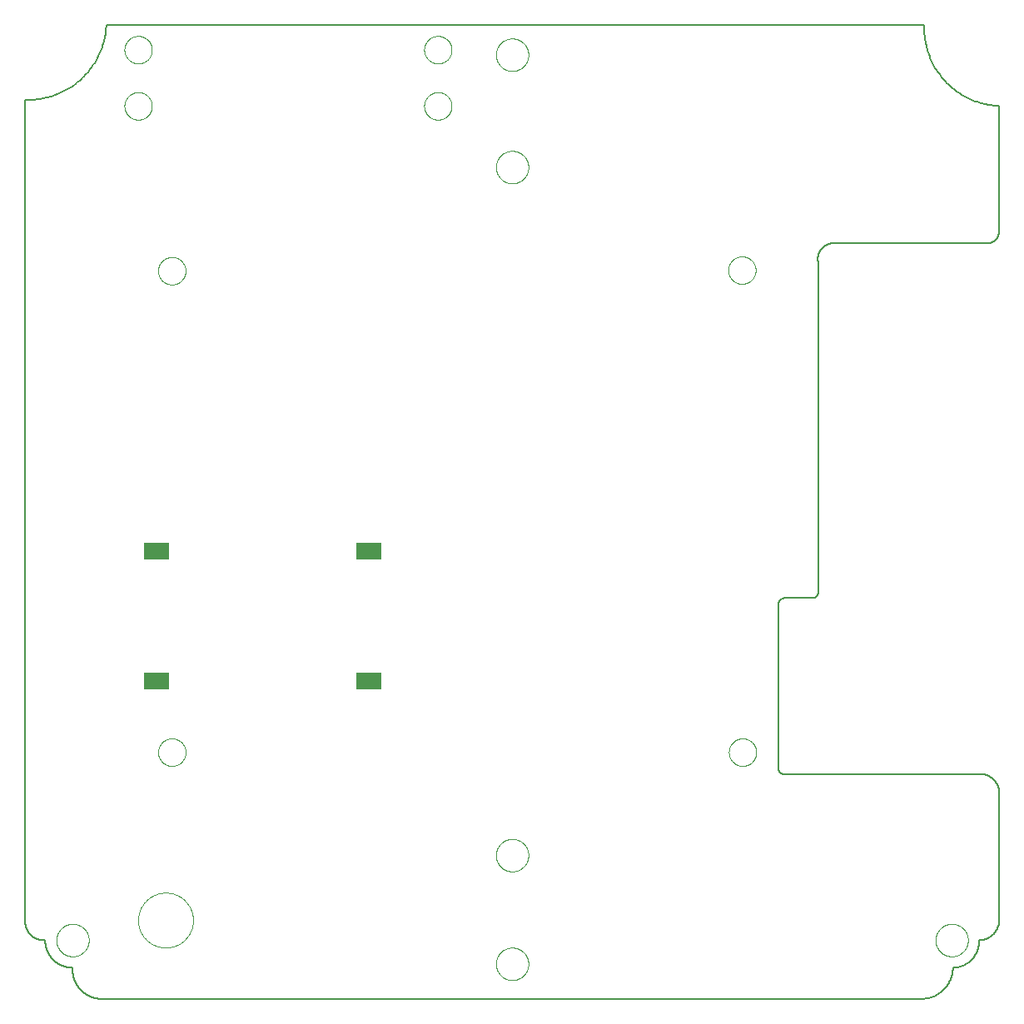
<source format=gbp>
G75*
%MOIN*%
%OFA0B0*%
%FSLAX25Y25*%
%IPPOS*%
%LPD*%
%AMOC8*
5,1,8,0,0,1.08239X$1,22.5*
%
%ADD10C,0.00600*%
%ADD11C,0.00000*%
%ADD12R,0.10000X0.06600*%
D10*
X0062095Y0042600D02*
X0062095Y0371600D01*
X0062862Y0371579D01*
X0063630Y0371576D01*
X0064397Y0371593D01*
X0065164Y0371628D01*
X0065930Y0371682D01*
X0066694Y0371755D01*
X0067456Y0371846D01*
X0068216Y0371957D01*
X0068972Y0372085D01*
X0069726Y0372233D01*
X0070475Y0372399D01*
X0071220Y0372583D01*
X0071961Y0372785D01*
X0072696Y0373006D01*
X0073425Y0373244D01*
X0074149Y0373500D01*
X0074866Y0373774D01*
X0075576Y0374066D01*
X0076279Y0374375D01*
X0076974Y0374701D01*
X0077660Y0375044D01*
X0078339Y0375403D01*
X0079008Y0375780D01*
X0079667Y0376172D01*
X0080317Y0376581D01*
X0080957Y0377005D01*
X0081586Y0377445D01*
X0082204Y0377900D01*
X0082810Y0378371D01*
X0083405Y0378856D01*
X0083988Y0379355D01*
X0084558Y0379869D01*
X0085116Y0380397D01*
X0085660Y0380938D01*
X0086191Y0381492D01*
X0086709Y0382059D01*
X0087212Y0382639D01*
X0087701Y0383230D01*
X0088175Y0383834D01*
X0088634Y0384449D01*
X0089078Y0385075D01*
X0089506Y0385712D01*
X0089919Y0386359D01*
X0090316Y0387016D01*
X0090696Y0387683D01*
X0091060Y0388359D01*
X0091408Y0389043D01*
X0091738Y0389736D01*
X0092051Y0390437D01*
X0092347Y0391145D01*
X0092626Y0391861D01*
X0092887Y0392582D01*
X0093130Y0393311D01*
X0093355Y0394044D01*
X0093562Y0394783D01*
X0093751Y0395527D01*
X0093921Y0396276D01*
X0094073Y0397028D01*
X0094207Y0397784D01*
X0094322Y0398543D01*
X0094418Y0399304D01*
X0094496Y0400068D01*
X0094555Y0400833D01*
X0094595Y0401600D01*
X0422095Y0401600D01*
X0422074Y0400845D01*
X0422071Y0400089D01*
X0422087Y0399333D01*
X0422120Y0398578D01*
X0422172Y0397824D01*
X0422242Y0397072D01*
X0422331Y0396321D01*
X0422437Y0395573D01*
X0422561Y0394827D01*
X0422704Y0394085D01*
X0422864Y0393346D01*
X0423042Y0392612D01*
X0423238Y0391882D01*
X0423452Y0391157D01*
X0423682Y0390437D01*
X0423931Y0389724D01*
X0424196Y0389016D01*
X0424478Y0388315D01*
X0424778Y0387621D01*
X0425094Y0386934D01*
X0425426Y0386255D01*
X0425775Y0385585D01*
X0426140Y0384923D01*
X0426520Y0384270D01*
X0426917Y0383627D01*
X0427328Y0382993D01*
X0427755Y0382369D01*
X0428197Y0381756D01*
X0428654Y0381154D01*
X0429125Y0380563D01*
X0429610Y0379984D01*
X0430109Y0379416D01*
X0430622Y0378861D01*
X0431148Y0378318D01*
X0431687Y0377788D01*
X0432238Y0377271D01*
X0432802Y0376768D01*
X0433378Y0376278D01*
X0433965Y0375803D01*
X0434564Y0375342D01*
X0435174Y0374895D01*
X0435794Y0374464D01*
X0436425Y0374047D01*
X0437066Y0373646D01*
X0437716Y0373260D01*
X0438375Y0372891D01*
X0439043Y0372537D01*
X0439719Y0372199D01*
X0440403Y0371878D01*
X0441095Y0371574D01*
X0441794Y0371286D01*
X0442499Y0371016D01*
X0443211Y0370762D01*
X0443929Y0370526D01*
X0444653Y0370307D01*
X0445381Y0370106D01*
X0446114Y0369922D01*
X0446852Y0369756D01*
X0447593Y0369609D01*
X0448337Y0369479D01*
X0449085Y0369367D01*
X0449835Y0369273D01*
X0450587Y0369197D01*
X0451340Y0369139D01*
X0452095Y0369100D01*
X0452095Y0319100D01*
X0452093Y0318960D01*
X0452087Y0318820D01*
X0452077Y0318680D01*
X0452064Y0318540D01*
X0452046Y0318401D01*
X0452024Y0318262D01*
X0451999Y0318125D01*
X0451970Y0317987D01*
X0451937Y0317851D01*
X0451900Y0317716D01*
X0451859Y0317582D01*
X0451814Y0317449D01*
X0451766Y0317317D01*
X0451714Y0317187D01*
X0451659Y0317058D01*
X0451600Y0316931D01*
X0451537Y0316805D01*
X0451471Y0316681D01*
X0451402Y0316560D01*
X0451329Y0316440D01*
X0451252Y0316322D01*
X0451173Y0316207D01*
X0451090Y0316093D01*
X0451004Y0315983D01*
X0450915Y0315874D01*
X0450823Y0315768D01*
X0450728Y0315665D01*
X0450631Y0315564D01*
X0450530Y0315467D01*
X0450427Y0315372D01*
X0450321Y0315280D01*
X0450212Y0315191D01*
X0450102Y0315105D01*
X0449988Y0315022D01*
X0449873Y0314943D01*
X0449755Y0314866D01*
X0449635Y0314793D01*
X0449514Y0314724D01*
X0449390Y0314658D01*
X0449264Y0314595D01*
X0449137Y0314536D01*
X0449008Y0314481D01*
X0448878Y0314429D01*
X0448746Y0314381D01*
X0448613Y0314336D01*
X0448479Y0314295D01*
X0448344Y0314258D01*
X0448208Y0314225D01*
X0448070Y0314196D01*
X0447933Y0314171D01*
X0447794Y0314149D01*
X0447655Y0314131D01*
X0447515Y0314118D01*
X0447375Y0314108D01*
X0447235Y0314102D01*
X0447095Y0314100D01*
X0384595Y0314100D01*
X0384440Y0314067D01*
X0384285Y0314030D01*
X0384131Y0313989D01*
X0383979Y0313945D01*
X0383827Y0313896D01*
X0383677Y0313844D01*
X0383529Y0313788D01*
X0383381Y0313729D01*
X0383235Y0313665D01*
X0383091Y0313598D01*
X0382949Y0313528D01*
X0382808Y0313454D01*
X0382669Y0313377D01*
X0382533Y0313296D01*
X0382398Y0313211D01*
X0382265Y0313124D01*
X0382135Y0313033D01*
X0382007Y0312939D01*
X0381881Y0312842D01*
X0381758Y0312741D01*
X0381637Y0312638D01*
X0381519Y0312531D01*
X0381404Y0312422D01*
X0381291Y0312310D01*
X0381182Y0312195D01*
X0381075Y0312077D01*
X0380971Y0311957D01*
X0380870Y0311834D01*
X0380772Y0311709D01*
X0380677Y0311581D01*
X0380586Y0311451D01*
X0380498Y0311319D01*
X0380413Y0311185D01*
X0380332Y0311048D01*
X0380254Y0310910D01*
X0380179Y0310770D01*
X0380108Y0310627D01*
X0380041Y0310484D01*
X0379977Y0310338D01*
X0379916Y0310191D01*
X0379860Y0310042D01*
X0379807Y0309893D01*
X0379758Y0309741D01*
X0379713Y0309589D01*
X0379671Y0309436D01*
X0379634Y0309281D01*
X0379600Y0309126D01*
X0379570Y0308970D01*
X0379544Y0308813D01*
X0379522Y0308656D01*
X0379504Y0308498D01*
X0379490Y0308339D01*
X0379480Y0308181D01*
X0379473Y0308022D01*
X0379471Y0307863D01*
X0379473Y0307704D01*
X0379478Y0307545D01*
X0379488Y0307387D01*
X0379501Y0307228D01*
X0379519Y0307071D01*
X0379540Y0306913D01*
X0379566Y0306756D01*
X0379595Y0306600D01*
X0379595Y0174100D01*
X0379583Y0174007D01*
X0379567Y0173915D01*
X0379547Y0173824D01*
X0379523Y0173733D01*
X0379496Y0173644D01*
X0379465Y0173555D01*
X0379430Y0173468D01*
X0379392Y0173383D01*
X0379350Y0173299D01*
X0379305Y0173217D01*
X0379257Y0173137D01*
X0379205Y0173059D01*
X0379150Y0172983D01*
X0379092Y0172910D01*
X0379031Y0172839D01*
X0378967Y0172771D01*
X0378900Y0172705D01*
X0378831Y0172642D01*
X0378759Y0172582D01*
X0378685Y0172525D01*
X0378608Y0172471D01*
X0378530Y0172421D01*
X0378449Y0172373D01*
X0378366Y0172330D01*
X0378282Y0172289D01*
X0378196Y0172252D01*
X0378109Y0172219D01*
X0378020Y0172189D01*
X0377930Y0172163D01*
X0377839Y0172141D01*
X0377747Y0172122D01*
X0377655Y0172107D01*
X0377562Y0172096D01*
X0377469Y0172089D01*
X0377375Y0172086D01*
X0377282Y0172087D01*
X0377188Y0172091D01*
X0377095Y0172100D01*
X0366095Y0172100D01*
X0365992Y0172088D01*
X0365890Y0172073D01*
X0365789Y0172054D01*
X0365688Y0172032D01*
X0365588Y0172005D01*
X0365489Y0171975D01*
X0365392Y0171941D01*
X0365296Y0171904D01*
X0365201Y0171863D01*
X0365108Y0171818D01*
X0365016Y0171770D01*
X0364927Y0171719D01*
X0364839Y0171664D01*
X0364754Y0171606D01*
X0364670Y0171545D01*
X0364590Y0171481D01*
X0364511Y0171414D01*
X0364435Y0171344D01*
X0364362Y0171271D01*
X0364292Y0171196D01*
X0364224Y0171118D01*
X0364159Y0171037D01*
X0364098Y0170954D01*
X0364039Y0170869D01*
X0363984Y0170782D01*
X0363932Y0170692D01*
X0363884Y0170601D01*
X0363839Y0170508D01*
X0363797Y0170414D01*
X0363759Y0170318D01*
X0363725Y0170220D01*
X0363694Y0170122D01*
X0363667Y0170022D01*
X0363644Y0169922D01*
X0363624Y0169820D01*
X0363609Y0169718D01*
X0363597Y0169616D01*
X0363589Y0169513D01*
X0363585Y0169409D01*
X0363584Y0169306D01*
X0363588Y0169203D01*
X0363595Y0169100D01*
X0363595Y0104100D01*
X0363597Y0104002D01*
X0363603Y0103904D01*
X0363612Y0103806D01*
X0363626Y0103709D01*
X0363643Y0103612D01*
X0363664Y0103516D01*
X0363689Y0103421D01*
X0363717Y0103327D01*
X0363750Y0103235D01*
X0363785Y0103143D01*
X0363825Y0103053D01*
X0363867Y0102965D01*
X0363914Y0102878D01*
X0363963Y0102794D01*
X0364016Y0102711D01*
X0364072Y0102631D01*
X0364132Y0102552D01*
X0364194Y0102476D01*
X0364259Y0102403D01*
X0364327Y0102332D01*
X0364398Y0102264D01*
X0364471Y0102199D01*
X0364547Y0102137D01*
X0364626Y0102077D01*
X0364706Y0102021D01*
X0364789Y0101968D01*
X0364873Y0101919D01*
X0364960Y0101872D01*
X0365048Y0101830D01*
X0365138Y0101790D01*
X0365230Y0101755D01*
X0365322Y0101722D01*
X0365416Y0101694D01*
X0365511Y0101669D01*
X0365607Y0101648D01*
X0365704Y0101631D01*
X0365801Y0101617D01*
X0365899Y0101608D01*
X0365997Y0101602D01*
X0366095Y0101600D01*
X0444595Y0101600D01*
X0444776Y0101598D01*
X0444957Y0101591D01*
X0445138Y0101580D01*
X0445319Y0101565D01*
X0445499Y0101545D01*
X0445679Y0101521D01*
X0445858Y0101493D01*
X0446036Y0101460D01*
X0446213Y0101423D01*
X0446390Y0101382D01*
X0446565Y0101337D01*
X0446740Y0101287D01*
X0446913Y0101233D01*
X0447084Y0101175D01*
X0447255Y0101113D01*
X0447423Y0101046D01*
X0447590Y0100976D01*
X0447756Y0100902D01*
X0447919Y0100823D01*
X0448080Y0100741D01*
X0448240Y0100655D01*
X0448397Y0100565D01*
X0448552Y0100471D01*
X0448705Y0100374D01*
X0448855Y0100272D01*
X0449003Y0100168D01*
X0449149Y0100059D01*
X0449291Y0099948D01*
X0449431Y0099832D01*
X0449568Y0099714D01*
X0449703Y0099592D01*
X0449834Y0099467D01*
X0449962Y0099339D01*
X0450087Y0099208D01*
X0450209Y0099073D01*
X0450327Y0098936D01*
X0450443Y0098796D01*
X0450554Y0098654D01*
X0450663Y0098508D01*
X0450767Y0098360D01*
X0450869Y0098210D01*
X0450966Y0098057D01*
X0451060Y0097902D01*
X0451150Y0097745D01*
X0451236Y0097585D01*
X0451318Y0097424D01*
X0451397Y0097261D01*
X0451471Y0097095D01*
X0451541Y0096928D01*
X0451608Y0096760D01*
X0451670Y0096589D01*
X0451728Y0096418D01*
X0451782Y0096245D01*
X0451832Y0096070D01*
X0451877Y0095895D01*
X0451918Y0095718D01*
X0451955Y0095541D01*
X0451988Y0095363D01*
X0452016Y0095184D01*
X0452040Y0095004D01*
X0452060Y0094824D01*
X0452075Y0094643D01*
X0452086Y0094462D01*
X0452093Y0094281D01*
X0452095Y0094100D01*
X0452095Y0044100D01*
X0452111Y0043900D01*
X0452122Y0043701D01*
X0452128Y0043500D01*
X0452129Y0043300D01*
X0452125Y0043100D01*
X0452117Y0042900D01*
X0452103Y0042700D01*
X0452085Y0042501D01*
X0452062Y0042302D01*
X0452035Y0042104D01*
X0452002Y0041906D01*
X0451965Y0041710D01*
X0451923Y0041514D01*
X0451876Y0041319D01*
X0451825Y0041126D01*
X0451769Y0040934D01*
X0451708Y0040743D01*
X0451643Y0040554D01*
X0451573Y0040366D01*
X0451499Y0040180D01*
X0451420Y0039996D01*
X0451336Y0039814D01*
X0451249Y0039634D01*
X0451157Y0039456D01*
X0451061Y0039281D01*
X0450960Y0039108D01*
X0450856Y0038937D01*
X0450747Y0038769D01*
X0450634Y0038603D01*
X0450518Y0038441D01*
X0450397Y0038281D01*
X0450273Y0038124D01*
X0450144Y0037970D01*
X0450013Y0037820D01*
X0449877Y0037672D01*
X0449738Y0037528D01*
X0449596Y0037387D01*
X0449450Y0037250D01*
X0449301Y0037116D01*
X0449149Y0036986D01*
X0448993Y0036860D01*
X0448835Y0036738D01*
X0448674Y0036619D01*
X0448510Y0036504D01*
X0448343Y0036394D01*
X0448174Y0036287D01*
X0448002Y0036184D01*
X0447827Y0036086D01*
X0447651Y0035992D01*
X0447472Y0035902D01*
X0447291Y0035817D01*
X0447108Y0035736D01*
X0446923Y0035659D01*
X0446736Y0035587D01*
X0446548Y0035519D01*
X0446358Y0035456D01*
X0446166Y0035398D01*
X0445973Y0035344D01*
X0445779Y0035295D01*
X0445584Y0035251D01*
X0445388Y0035211D01*
X0445191Y0035176D01*
X0444993Y0035146D01*
X0444794Y0035121D01*
X0444595Y0035100D01*
X0444095Y0035100D01*
X0444098Y0034840D01*
X0444095Y0034580D01*
X0444085Y0034321D01*
X0444069Y0034061D01*
X0444047Y0033802D01*
X0444018Y0033544D01*
X0443984Y0033287D01*
X0443943Y0033030D01*
X0443896Y0032774D01*
X0443843Y0032520D01*
X0443783Y0032267D01*
X0443718Y0032016D01*
X0443646Y0031766D01*
X0443569Y0031518D01*
X0443485Y0031272D01*
X0443396Y0031028D01*
X0443300Y0030786D01*
X0443199Y0030547D01*
X0443092Y0030310D01*
X0442980Y0030076D01*
X0442862Y0029844D01*
X0442738Y0029616D01*
X0442609Y0029390D01*
X0442474Y0029168D01*
X0442334Y0028949D01*
X0442189Y0028734D01*
X0442039Y0028522D01*
X0441883Y0028313D01*
X0441723Y0028109D01*
X0441557Y0027908D01*
X0441387Y0027712D01*
X0441212Y0027520D01*
X0441033Y0027332D01*
X0440849Y0027148D01*
X0440661Y0026969D01*
X0440468Y0026795D01*
X0440271Y0026625D01*
X0440071Y0026460D01*
X0439866Y0026300D01*
X0439657Y0026145D01*
X0439445Y0025995D01*
X0439230Y0025850D01*
X0439010Y0025710D01*
X0438788Y0025576D01*
X0438562Y0025447D01*
X0438333Y0025324D01*
X0438102Y0025206D01*
X0437867Y0025094D01*
X0437630Y0024988D01*
X0437391Y0024887D01*
X0437149Y0024792D01*
X0436905Y0024703D01*
X0436659Y0024620D01*
X0436410Y0024543D01*
X0436160Y0024472D01*
X0435909Y0024407D01*
X0435656Y0024348D01*
X0435401Y0024295D01*
X0435146Y0024249D01*
X0434889Y0024208D01*
X0434631Y0024174D01*
X0434373Y0024146D01*
X0434114Y0024125D01*
X0433855Y0024109D01*
X0433595Y0024100D01*
X0433585Y0023792D01*
X0433568Y0023484D01*
X0433543Y0023177D01*
X0433511Y0022871D01*
X0433471Y0022565D01*
X0433425Y0022260D01*
X0433370Y0021957D01*
X0433309Y0021655D01*
X0433240Y0021355D01*
X0433164Y0021056D01*
X0433081Y0020759D01*
X0432991Y0020465D01*
X0432893Y0020172D01*
X0432789Y0019883D01*
X0432677Y0019595D01*
X0432559Y0019311D01*
X0432434Y0019029D01*
X0432302Y0018751D01*
X0432163Y0018475D01*
X0432018Y0018204D01*
X0431866Y0017935D01*
X0431708Y0017671D01*
X0431543Y0017410D01*
X0431373Y0017154D01*
X0431196Y0016902D01*
X0431013Y0016654D01*
X0430824Y0016410D01*
X0430629Y0016172D01*
X0430428Y0015937D01*
X0430222Y0015708D01*
X0430011Y0015484D01*
X0429794Y0015265D01*
X0429572Y0015052D01*
X0429345Y0014844D01*
X0429112Y0014641D01*
X0428875Y0014444D01*
X0428634Y0014253D01*
X0428387Y0014068D01*
X0428137Y0013888D01*
X0427882Y0013715D01*
X0427623Y0013548D01*
X0427360Y0013388D01*
X0427093Y0013234D01*
X0426823Y0013086D01*
X0426549Y0012945D01*
X0426271Y0012810D01*
X0425991Y0012682D01*
X0425708Y0012561D01*
X0425421Y0012447D01*
X0425132Y0012340D01*
X0424841Y0012240D01*
X0424547Y0012147D01*
X0424251Y0012061D01*
X0423953Y0011983D01*
X0423653Y0011911D01*
X0423352Y0011847D01*
X0423049Y0011790D01*
X0422745Y0011740D01*
X0422440Y0011698D01*
X0422134Y0011663D01*
X0421827Y0011636D01*
X0421519Y0011616D01*
X0421211Y0011603D01*
X0420903Y0011598D01*
X0420595Y0011600D01*
X0092095Y0011600D01*
X0091811Y0011621D01*
X0091528Y0011650D01*
X0091246Y0011685D01*
X0090964Y0011727D01*
X0090684Y0011776D01*
X0090405Y0011832D01*
X0090127Y0011894D01*
X0089851Y0011963D01*
X0089577Y0012039D01*
X0089305Y0012121D01*
X0089035Y0012210D01*
X0088766Y0012305D01*
X0088501Y0012407D01*
X0088238Y0012515D01*
X0087977Y0012629D01*
X0087719Y0012750D01*
X0087465Y0012877D01*
X0087213Y0013010D01*
X0086965Y0013149D01*
X0086720Y0013294D01*
X0086479Y0013445D01*
X0086242Y0013602D01*
X0086008Y0013764D01*
X0085778Y0013932D01*
X0085553Y0014106D01*
X0085332Y0014285D01*
X0085115Y0014469D01*
X0084903Y0014658D01*
X0084695Y0014853D01*
X0084492Y0015052D01*
X0084294Y0015257D01*
X0084101Y0015466D01*
X0083913Y0015679D01*
X0083730Y0015897D01*
X0083553Y0016120D01*
X0083381Y0016346D01*
X0083214Y0016577D01*
X0083053Y0016812D01*
X0082898Y0017050D01*
X0082749Y0017292D01*
X0082605Y0017538D01*
X0082468Y0017787D01*
X0082337Y0018040D01*
X0082211Y0018295D01*
X0082092Y0018554D01*
X0081980Y0018815D01*
X0081873Y0019079D01*
X0081773Y0019345D01*
X0081680Y0019614D01*
X0081593Y0019885D01*
X0081512Y0020158D01*
X0081438Y0020432D01*
X0081371Y0020709D01*
X0081311Y0020987D01*
X0081257Y0021266D01*
X0081210Y0021547D01*
X0081170Y0021829D01*
X0081136Y0022111D01*
X0081110Y0022394D01*
X0081090Y0022678D01*
X0081077Y0022962D01*
X0081071Y0023247D01*
X0081072Y0023531D01*
X0081080Y0023816D01*
X0081095Y0024100D01*
X0080829Y0024103D01*
X0080564Y0024113D01*
X0080298Y0024129D01*
X0080033Y0024151D01*
X0079769Y0024180D01*
X0079506Y0024215D01*
X0079243Y0024257D01*
X0078982Y0024305D01*
X0078721Y0024359D01*
X0078463Y0024420D01*
X0078205Y0024486D01*
X0077950Y0024559D01*
X0077696Y0024638D01*
X0077444Y0024724D01*
X0077194Y0024815D01*
X0076947Y0024912D01*
X0076702Y0025015D01*
X0076460Y0025124D01*
X0076220Y0025239D01*
X0075983Y0025360D01*
X0075749Y0025486D01*
X0075518Y0025618D01*
X0075291Y0025756D01*
X0075067Y0025899D01*
X0074846Y0026047D01*
X0074629Y0026201D01*
X0074416Y0026360D01*
X0074207Y0026524D01*
X0074002Y0026693D01*
X0073801Y0026866D01*
X0073604Y0027045D01*
X0073411Y0027228D01*
X0073223Y0027416D01*
X0073040Y0027609D01*
X0072861Y0027806D01*
X0072688Y0028007D01*
X0072519Y0028212D01*
X0072355Y0028421D01*
X0072196Y0028634D01*
X0072042Y0028851D01*
X0071894Y0029072D01*
X0071751Y0029296D01*
X0071613Y0029523D01*
X0071481Y0029754D01*
X0071355Y0029988D01*
X0071234Y0030225D01*
X0071119Y0030465D01*
X0071010Y0030707D01*
X0070907Y0030952D01*
X0070810Y0031199D01*
X0070719Y0031449D01*
X0070633Y0031701D01*
X0070554Y0031955D01*
X0070481Y0032210D01*
X0070415Y0032468D01*
X0070354Y0032726D01*
X0070300Y0032987D01*
X0070252Y0033248D01*
X0070210Y0033511D01*
X0070175Y0033774D01*
X0070146Y0034038D01*
X0070124Y0034303D01*
X0070108Y0034569D01*
X0070098Y0034834D01*
X0070095Y0035100D01*
X0069595Y0035100D01*
X0069414Y0035102D01*
X0069233Y0035109D01*
X0069052Y0035120D01*
X0068871Y0035135D01*
X0068691Y0035155D01*
X0068511Y0035179D01*
X0068332Y0035207D01*
X0068154Y0035240D01*
X0067977Y0035277D01*
X0067800Y0035318D01*
X0067625Y0035363D01*
X0067450Y0035413D01*
X0067277Y0035467D01*
X0067106Y0035525D01*
X0066935Y0035587D01*
X0066767Y0035654D01*
X0066600Y0035724D01*
X0066434Y0035798D01*
X0066271Y0035877D01*
X0066110Y0035959D01*
X0065950Y0036045D01*
X0065793Y0036135D01*
X0065638Y0036229D01*
X0065485Y0036326D01*
X0065335Y0036428D01*
X0065187Y0036532D01*
X0065041Y0036641D01*
X0064899Y0036752D01*
X0064759Y0036868D01*
X0064622Y0036986D01*
X0064487Y0037108D01*
X0064356Y0037233D01*
X0064228Y0037361D01*
X0064103Y0037492D01*
X0063981Y0037627D01*
X0063863Y0037764D01*
X0063747Y0037904D01*
X0063636Y0038046D01*
X0063527Y0038192D01*
X0063423Y0038340D01*
X0063321Y0038490D01*
X0063224Y0038643D01*
X0063130Y0038798D01*
X0063040Y0038955D01*
X0062954Y0039115D01*
X0062872Y0039276D01*
X0062793Y0039439D01*
X0062719Y0039605D01*
X0062649Y0039772D01*
X0062582Y0039940D01*
X0062520Y0040111D01*
X0062462Y0040282D01*
X0062408Y0040455D01*
X0062358Y0040630D01*
X0062313Y0040805D01*
X0062272Y0040982D01*
X0062235Y0041159D01*
X0062202Y0041337D01*
X0062174Y0041516D01*
X0062150Y0041696D01*
X0062130Y0041876D01*
X0062115Y0042057D01*
X0062104Y0042238D01*
X0062097Y0042419D01*
X0062095Y0042600D01*
D11*
X0074595Y0035100D02*
X0074597Y0035261D01*
X0074603Y0035421D01*
X0074613Y0035582D01*
X0074627Y0035742D01*
X0074645Y0035902D01*
X0074666Y0036061D01*
X0074692Y0036220D01*
X0074722Y0036378D01*
X0074755Y0036535D01*
X0074793Y0036692D01*
X0074834Y0036847D01*
X0074879Y0037001D01*
X0074928Y0037154D01*
X0074981Y0037306D01*
X0075037Y0037457D01*
X0075098Y0037606D01*
X0075161Y0037754D01*
X0075229Y0037900D01*
X0075300Y0038044D01*
X0075374Y0038186D01*
X0075452Y0038327D01*
X0075534Y0038465D01*
X0075619Y0038602D01*
X0075707Y0038736D01*
X0075799Y0038868D01*
X0075894Y0038998D01*
X0075992Y0039126D01*
X0076093Y0039251D01*
X0076197Y0039373D01*
X0076304Y0039493D01*
X0076414Y0039610D01*
X0076527Y0039725D01*
X0076643Y0039836D01*
X0076762Y0039945D01*
X0076883Y0040050D01*
X0077007Y0040153D01*
X0077133Y0040253D01*
X0077261Y0040349D01*
X0077392Y0040442D01*
X0077526Y0040532D01*
X0077661Y0040619D01*
X0077799Y0040702D01*
X0077938Y0040782D01*
X0078080Y0040858D01*
X0078223Y0040931D01*
X0078368Y0041000D01*
X0078515Y0041066D01*
X0078663Y0041128D01*
X0078813Y0041186D01*
X0078964Y0041241D01*
X0079117Y0041292D01*
X0079271Y0041339D01*
X0079426Y0041382D01*
X0079582Y0041421D01*
X0079738Y0041457D01*
X0079896Y0041488D01*
X0080054Y0041516D01*
X0080213Y0041540D01*
X0080373Y0041560D01*
X0080533Y0041576D01*
X0080693Y0041588D01*
X0080854Y0041596D01*
X0081015Y0041600D01*
X0081175Y0041600D01*
X0081336Y0041596D01*
X0081497Y0041588D01*
X0081657Y0041576D01*
X0081817Y0041560D01*
X0081977Y0041540D01*
X0082136Y0041516D01*
X0082294Y0041488D01*
X0082452Y0041457D01*
X0082608Y0041421D01*
X0082764Y0041382D01*
X0082919Y0041339D01*
X0083073Y0041292D01*
X0083226Y0041241D01*
X0083377Y0041186D01*
X0083527Y0041128D01*
X0083675Y0041066D01*
X0083822Y0041000D01*
X0083967Y0040931D01*
X0084110Y0040858D01*
X0084252Y0040782D01*
X0084391Y0040702D01*
X0084529Y0040619D01*
X0084664Y0040532D01*
X0084798Y0040442D01*
X0084929Y0040349D01*
X0085057Y0040253D01*
X0085183Y0040153D01*
X0085307Y0040050D01*
X0085428Y0039945D01*
X0085547Y0039836D01*
X0085663Y0039725D01*
X0085776Y0039610D01*
X0085886Y0039493D01*
X0085993Y0039373D01*
X0086097Y0039251D01*
X0086198Y0039126D01*
X0086296Y0038998D01*
X0086391Y0038868D01*
X0086483Y0038736D01*
X0086571Y0038602D01*
X0086656Y0038465D01*
X0086738Y0038327D01*
X0086816Y0038186D01*
X0086890Y0038044D01*
X0086961Y0037900D01*
X0087029Y0037754D01*
X0087092Y0037606D01*
X0087153Y0037457D01*
X0087209Y0037306D01*
X0087262Y0037154D01*
X0087311Y0037001D01*
X0087356Y0036847D01*
X0087397Y0036692D01*
X0087435Y0036535D01*
X0087468Y0036378D01*
X0087498Y0036220D01*
X0087524Y0036061D01*
X0087545Y0035902D01*
X0087563Y0035742D01*
X0087577Y0035582D01*
X0087587Y0035421D01*
X0087593Y0035261D01*
X0087595Y0035100D01*
X0087593Y0034939D01*
X0087587Y0034779D01*
X0087577Y0034618D01*
X0087563Y0034458D01*
X0087545Y0034298D01*
X0087524Y0034139D01*
X0087498Y0033980D01*
X0087468Y0033822D01*
X0087435Y0033665D01*
X0087397Y0033508D01*
X0087356Y0033353D01*
X0087311Y0033199D01*
X0087262Y0033046D01*
X0087209Y0032894D01*
X0087153Y0032743D01*
X0087092Y0032594D01*
X0087029Y0032446D01*
X0086961Y0032300D01*
X0086890Y0032156D01*
X0086816Y0032014D01*
X0086738Y0031873D01*
X0086656Y0031735D01*
X0086571Y0031598D01*
X0086483Y0031464D01*
X0086391Y0031332D01*
X0086296Y0031202D01*
X0086198Y0031074D01*
X0086097Y0030949D01*
X0085993Y0030827D01*
X0085886Y0030707D01*
X0085776Y0030590D01*
X0085663Y0030475D01*
X0085547Y0030364D01*
X0085428Y0030255D01*
X0085307Y0030150D01*
X0085183Y0030047D01*
X0085057Y0029947D01*
X0084929Y0029851D01*
X0084798Y0029758D01*
X0084664Y0029668D01*
X0084529Y0029581D01*
X0084391Y0029498D01*
X0084252Y0029418D01*
X0084110Y0029342D01*
X0083967Y0029269D01*
X0083822Y0029200D01*
X0083675Y0029134D01*
X0083527Y0029072D01*
X0083377Y0029014D01*
X0083226Y0028959D01*
X0083073Y0028908D01*
X0082919Y0028861D01*
X0082764Y0028818D01*
X0082608Y0028779D01*
X0082452Y0028743D01*
X0082294Y0028712D01*
X0082136Y0028684D01*
X0081977Y0028660D01*
X0081817Y0028640D01*
X0081657Y0028624D01*
X0081497Y0028612D01*
X0081336Y0028604D01*
X0081175Y0028600D01*
X0081015Y0028600D01*
X0080854Y0028604D01*
X0080693Y0028612D01*
X0080533Y0028624D01*
X0080373Y0028640D01*
X0080213Y0028660D01*
X0080054Y0028684D01*
X0079896Y0028712D01*
X0079738Y0028743D01*
X0079582Y0028779D01*
X0079426Y0028818D01*
X0079271Y0028861D01*
X0079117Y0028908D01*
X0078964Y0028959D01*
X0078813Y0029014D01*
X0078663Y0029072D01*
X0078515Y0029134D01*
X0078368Y0029200D01*
X0078223Y0029269D01*
X0078080Y0029342D01*
X0077938Y0029418D01*
X0077799Y0029498D01*
X0077661Y0029581D01*
X0077526Y0029668D01*
X0077392Y0029758D01*
X0077261Y0029851D01*
X0077133Y0029947D01*
X0077007Y0030047D01*
X0076883Y0030150D01*
X0076762Y0030255D01*
X0076643Y0030364D01*
X0076527Y0030475D01*
X0076414Y0030590D01*
X0076304Y0030707D01*
X0076197Y0030827D01*
X0076093Y0030949D01*
X0075992Y0031074D01*
X0075894Y0031202D01*
X0075799Y0031332D01*
X0075707Y0031464D01*
X0075619Y0031598D01*
X0075534Y0031735D01*
X0075452Y0031873D01*
X0075374Y0032014D01*
X0075300Y0032156D01*
X0075229Y0032300D01*
X0075161Y0032446D01*
X0075098Y0032594D01*
X0075037Y0032743D01*
X0074981Y0032894D01*
X0074928Y0033046D01*
X0074879Y0033199D01*
X0074834Y0033353D01*
X0074793Y0033508D01*
X0074755Y0033665D01*
X0074722Y0033822D01*
X0074692Y0033980D01*
X0074666Y0034139D01*
X0074645Y0034298D01*
X0074627Y0034458D01*
X0074613Y0034618D01*
X0074603Y0034779D01*
X0074597Y0034939D01*
X0074595Y0035100D01*
X0107345Y0043100D02*
X0107348Y0043370D01*
X0107358Y0043640D01*
X0107375Y0043909D01*
X0107398Y0044178D01*
X0107428Y0044447D01*
X0107464Y0044714D01*
X0107507Y0044981D01*
X0107556Y0045246D01*
X0107612Y0045510D01*
X0107675Y0045773D01*
X0107743Y0046034D01*
X0107819Y0046293D01*
X0107900Y0046550D01*
X0107988Y0046806D01*
X0108082Y0047059D01*
X0108182Y0047310D01*
X0108289Y0047558D01*
X0108401Y0047803D01*
X0108520Y0048046D01*
X0108644Y0048285D01*
X0108774Y0048522D01*
X0108910Y0048755D01*
X0109052Y0048985D01*
X0109199Y0049211D01*
X0109352Y0049434D01*
X0109510Y0049653D01*
X0109673Y0049868D01*
X0109842Y0050078D01*
X0110016Y0050285D01*
X0110195Y0050487D01*
X0110378Y0050685D01*
X0110567Y0050878D01*
X0110760Y0051067D01*
X0110958Y0051250D01*
X0111160Y0051429D01*
X0111367Y0051603D01*
X0111577Y0051772D01*
X0111792Y0051935D01*
X0112011Y0052093D01*
X0112234Y0052246D01*
X0112460Y0052393D01*
X0112690Y0052535D01*
X0112923Y0052671D01*
X0113160Y0052801D01*
X0113399Y0052925D01*
X0113642Y0053044D01*
X0113887Y0053156D01*
X0114135Y0053263D01*
X0114386Y0053363D01*
X0114639Y0053457D01*
X0114895Y0053545D01*
X0115152Y0053626D01*
X0115411Y0053702D01*
X0115672Y0053770D01*
X0115935Y0053833D01*
X0116199Y0053889D01*
X0116464Y0053938D01*
X0116731Y0053981D01*
X0116998Y0054017D01*
X0117267Y0054047D01*
X0117536Y0054070D01*
X0117805Y0054087D01*
X0118075Y0054097D01*
X0118345Y0054100D01*
X0118615Y0054097D01*
X0118885Y0054087D01*
X0119154Y0054070D01*
X0119423Y0054047D01*
X0119692Y0054017D01*
X0119959Y0053981D01*
X0120226Y0053938D01*
X0120491Y0053889D01*
X0120755Y0053833D01*
X0121018Y0053770D01*
X0121279Y0053702D01*
X0121538Y0053626D01*
X0121795Y0053545D01*
X0122051Y0053457D01*
X0122304Y0053363D01*
X0122555Y0053263D01*
X0122803Y0053156D01*
X0123048Y0053044D01*
X0123291Y0052925D01*
X0123530Y0052801D01*
X0123767Y0052671D01*
X0124000Y0052535D01*
X0124230Y0052393D01*
X0124456Y0052246D01*
X0124679Y0052093D01*
X0124898Y0051935D01*
X0125113Y0051772D01*
X0125323Y0051603D01*
X0125530Y0051429D01*
X0125732Y0051250D01*
X0125930Y0051067D01*
X0126123Y0050878D01*
X0126312Y0050685D01*
X0126495Y0050487D01*
X0126674Y0050285D01*
X0126848Y0050078D01*
X0127017Y0049868D01*
X0127180Y0049653D01*
X0127338Y0049434D01*
X0127491Y0049211D01*
X0127638Y0048985D01*
X0127780Y0048755D01*
X0127916Y0048522D01*
X0128046Y0048285D01*
X0128170Y0048046D01*
X0128289Y0047803D01*
X0128401Y0047558D01*
X0128508Y0047310D01*
X0128608Y0047059D01*
X0128702Y0046806D01*
X0128790Y0046550D01*
X0128871Y0046293D01*
X0128947Y0046034D01*
X0129015Y0045773D01*
X0129078Y0045510D01*
X0129134Y0045246D01*
X0129183Y0044981D01*
X0129226Y0044714D01*
X0129262Y0044447D01*
X0129292Y0044178D01*
X0129315Y0043909D01*
X0129332Y0043640D01*
X0129342Y0043370D01*
X0129345Y0043100D01*
X0129342Y0042830D01*
X0129332Y0042560D01*
X0129315Y0042291D01*
X0129292Y0042022D01*
X0129262Y0041753D01*
X0129226Y0041486D01*
X0129183Y0041219D01*
X0129134Y0040954D01*
X0129078Y0040690D01*
X0129015Y0040427D01*
X0128947Y0040166D01*
X0128871Y0039907D01*
X0128790Y0039650D01*
X0128702Y0039394D01*
X0128608Y0039141D01*
X0128508Y0038890D01*
X0128401Y0038642D01*
X0128289Y0038397D01*
X0128170Y0038154D01*
X0128046Y0037915D01*
X0127916Y0037678D01*
X0127780Y0037445D01*
X0127638Y0037215D01*
X0127491Y0036989D01*
X0127338Y0036766D01*
X0127180Y0036547D01*
X0127017Y0036332D01*
X0126848Y0036122D01*
X0126674Y0035915D01*
X0126495Y0035713D01*
X0126312Y0035515D01*
X0126123Y0035322D01*
X0125930Y0035133D01*
X0125732Y0034950D01*
X0125530Y0034771D01*
X0125323Y0034597D01*
X0125113Y0034428D01*
X0124898Y0034265D01*
X0124679Y0034107D01*
X0124456Y0033954D01*
X0124230Y0033807D01*
X0124000Y0033665D01*
X0123767Y0033529D01*
X0123530Y0033399D01*
X0123291Y0033275D01*
X0123048Y0033156D01*
X0122803Y0033044D01*
X0122555Y0032937D01*
X0122304Y0032837D01*
X0122051Y0032743D01*
X0121795Y0032655D01*
X0121538Y0032574D01*
X0121279Y0032498D01*
X0121018Y0032430D01*
X0120755Y0032367D01*
X0120491Y0032311D01*
X0120226Y0032262D01*
X0119959Y0032219D01*
X0119692Y0032183D01*
X0119423Y0032153D01*
X0119154Y0032130D01*
X0118885Y0032113D01*
X0118615Y0032103D01*
X0118345Y0032100D01*
X0118075Y0032103D01*
X0117805Y0032113D01*
X0117536Y0032130D01*
X0117267Y0032153D01*
X0116998Y0032183D01*
X0116731Y0032219D01*
X0116464Y0032262D01*
X0116199Y0032311D01*
X0115935Y0032367D01*
X0115672Y0032430D01*
X0115411Y0032498D01*
X0115152Y0032574D01*
X0114895Y0032655D01*
X0114639Y0032743D01*
X0114386Y0032837D01*
X0114135Y0032937D01*
X0113887Y0033044D01*
X0113642Y0033156D01*
X0113399Y0033275D01*
X0113160Y0033399D01*
X0112923Y0033529D01*
X0112690Y0033665D01*
X0112460Y0033807D01*
X0112234Y0033954D01*
X0112011Y0034107D01*
X0111792Y0034265D01*
X0111577Y0034428D01*
X0111367Y0034597D01*
X0111160Y0034771D01*
X0110958Y0034950D01*
X0110760Y0035133D01*
X0110567Y0035322D01*
X0110378Y0035515D01*
X0110195Y0035713D01*
X0110016Y0035915D01*
X0109842Y0036122D01*
X0109673Y0036332D01*
X0109510Y0036547D01*
X0109352Y0036766D01*
X0109199Y0036989D01*
X0109052Y0037215D01*
X0108910Y0037445D01*
X0108774Y0037678D01*
X0108644Y0037915D01*
X0108520Y0038154D01*
X0108401Y0038397D01*
X0108289Y0038642D01*
X0108182Y0038890D01*
X0108082Y0039141D01*
X0107988Y0039394D01*
X0107900Y0039650D01*
X0107819Y0039907D01*
X0107743Y0040166D01*
X0107675Y0040427D01*
X0107612Y0040690D01*
X0107556Y0040954D01*
X0107507Y0041219D01*
X0107464Y0041486D01*
X0107428Y0041753D01*
X0107398Y0042022D01*
X0107375Y0042291D01*
X0107358Y0042560D01*
X0107348Y0042830D01*
X0107345Y0043100D01*
X0115345Y0110350D02*
X0115347Y0110498D01*
X0115353Y0110646D01*
X0115363Y0110794D01*
X0115377Y0110942D01*
X0115395Y0111089D01*
X0115417Y0111236D01*
X0115443Y0111382D01*
X0115472Y0111527D01*
X0115506Y0111672D01*
X0115544Y0111815D01*
X0115585Y0111958D01*
X0115630Y0112099D01*
X0115680Y0112239D01*
X0115732Y0112377D01*
X0115789Y0112515D01*
X0115849Y0112650D01*
X0115913Y0112784D01*
X0115980Y0112916D01*
X0116051Y0113046D01*
X0116126Y0113175D01*
X0116204Y0113301D01*
X0116285Y0113425D01*
X0116369Y0113547D01*
X0116457Y0113666D01*
X0116548Y0113783D01*
X0116642Y0113898D01*
X0116740Y0114010D01*
X0116840Y0114119D01*
X0116943Y0114226D01*
X0117049Y0114330D01*
X0117157Y0114431D01*
X0117269Y0114529D01*
X0117383Y0114624D01*
X0117499Y0114715D01*
X0117618Y0114804D01*
X0117739Y0114889D01*
X0117863Y0114971D01*
X0117989Y0115050D01*
X0118116Y0115125D01*
X0118246Y0115197D01*
X0118378Y0115266D01*
X0118511Y0115330D01*
X0118646Y0115391D01*
X0118783Y0115449D01*
X0118921Y0115503D01*
X0119061Y0115553D01*
X0119202Y0115599D01*
X0119344Y0115641D01*
X0119487Y0115680D01*
X0119631Y0115714D01*
X0119777Y0115745D01*
X0119922Y0115772D01*
X0120069Y0115795D01*
X0120216Y0115814D01*
X0120364Y0115829D01*
X0120511Y0115840D01*
X0120660Y0115847D01*
X0120808Y0115850D01*
X0120956Y0115849D01*
X0121104Y0115844D01*
X0121252Y0115835D01*
X0121400Y0115822D01*
X0121548Y0115805D01*
X0121694Y0115784D01*
X0121841Y0115759D01*
X0121986Y0115730D01*
X0122131Y0115698D01*
X0122274Y0115661D01*
X0122417Y0115621D01*
X0122559Y0115576D01*
X0122699Y0115528D01*
X0122838Y0115476D01*
X0122975Y0115421D01*
X0123111Y0115361D01*
X0123246Y0115298D01*
X0123378Y0115232D01*
X0123509Y0115162D01*
X0123638Y0115088D01*
X0123764Y0115011D01*
X0123889Y0114931D01*
X0124011Y0114847D01*
X0124132Y0114760D01*
X0124249Y0114670D01*
X0124365Y0114576D01*
X0124477Y0114480D01*
X0124587Y0114381D01*
X0124695Y0114278D01*
X0124799Y0114173D01*
X0124901Y0114065D01*
X0124999Y0113954D01*
X0125095Y0113841D01*
X0125188Y0113725D01*
X0125277Y0113607D01*
X0125363Y0113486D01*
X0125446Y0113363D01*
X0125526Y0113238D01*
X0125602Y0113111D01*
X0125675Y0112981D01*
X0125744Y0112850D01*
X0125809Y0112717D01*
X0125872Y0112583D01*
X0125930Y0112446D01*
X0125985Y0112308D01*
X0126035Y0112169D01*
X0126083Y0112028D01*
X0126126Y0111887D01*
X0126166Y0111744D01*
X0126201Y0111600D01*
X0126233Y0111455D01*
X0126261Y0111309D01*
X0126285Y0111163D01*
X0126305Y0111016D01*
X0126321Y0110868D01*
X0126333Y0110721D01*
X0126341Y0110572D01*
X0126345Y0110424D01*
X0126345Y0110276D01*
X0126341Y0110128D01*
X0126333Y0109979D01*
X0126321Y0109832D01*
X0126305Y0109684D01*
X0126285Y0109537D01*
X0126261Y0109391D01*
X0126233Y0109245D01*
X0126201Y0109100D01*
X0126166Y0108956D01*
X0126126Y0108813D01*
X0126083Y0108672D01*
X0126035Y0108531D01*
X0125985Y0108392D01*
X0125930Y0108254D01*
X0125872Y0108117D01*
X0125809Y0107983D01*
X0125744Y0107850D01*
X0125675Y0107719D01*
X0125602Y0107589D01*
X0125526Y0107462D01*
X0125446Y0107337D01*
X0125363Y0107214D01*
X0125277Y0107093D01*
X0125188Y0106975D01*
X0125095Y0106859D01*
X0124999Y0106746D01*
X0124901Y0106635D01*
X0124799Y0106527D01*
X0124695Y0106422D01*
X0124587Y0106319D01*
X0124477Y0106220D01*
X0124365Y0106124D01*
X0124249Y0106030D01*
X0124132Y0105940D01*
X0124011Y0105853D01*
X0123889Y0105769D01*
X0123764Y0105689D01*
X0123638Y0105612D01*
X0123509Y0105538D01*
X0123378Y0105468D01*
X0123246Y0105402D01*
X0123111Y0105339D01*
X0122975Y0105279D01*
X0122838Y0105224D01*
X0122699Y0105172D01*
X0122559Y0105124D01*
X0122417Y0105079D01*
X0122274Y0105039D01*
X0122131Y0105002D01*
X0121986Y0104970D01*
X0121841Y0104941D01*
X0121694Y0104916D01*
X0121548Y0104895D01*
X0121400Y0104878D01*
X0121252Y0104865D01*
X0121104Y0104856D01*
X0120956Y0104851D01*
X0120808Y0104850D01*
X0120660Y0104853D01*
X0120511Y0104860D01*
X0120364Y0104871D01*
X0120216Y0104886D01*
X0120069Y0104905D01*
X0119922Y0104928D01*
X0119777Y0104955D01*
X0119631Y0104986D01*
X0119487Y0105020D01*
X0119344Y0105059D01*
X0119202Y0105101D01*
X0119061Y0105147D01*
X0118921Y0105197D01*
X0118783Y0105251D01*
X0118646Y0105309D01*
X0118511Y0105370D01*
X0118378Y0105434D01*
X0118246Y0105503D01*
X0118116Y0105575D01*
X0117989Y0105650D01*
X0117863Y0105729D01*
X0117739Y0105811D01*
X0117618Y0105896D01*
X0117499Y0105985D01*
X0117383Y0106076D01*
X0117269Y0106171D01*
X0117157Y0106269D01*
X0117049Y0106370D01*
X0116943Y0106474D01*
X0116840Y0106581D01*
X0116740Y0106690D01*
X0116642Y0106802D01*
X0116548Y0106917D01*
X0116457Y0107034D01*
X0116369Y0107153D01*
X0116285Y0107275D01*
X0116204Y0107399D01*
X0116126Y0107525D01*
X0116051Y0107654D01*
X0115980Y0107784D01*
X0115913Y0107916D01*
X0115849Y0108050D01*
X0115789Y0108185D01*
X0115732Y0108323D01*
X0115680Y0108461D01*
X0115630Y0108601D01*
X0115585Y0108742D01*
X0115544Y0108885D01*
X0115506Y0109028D01*
X0115472Y0109173D01*
X0115443Y0109318D01*
X0115417Y0109464D01*
X0115395Y0109611D01*
X0115377Y0109758D01*
X0115363Y0109906D01*
X0115353Y0110054D01*
X0115347Y0110202D01*
X0115345Y0110350D01*
X0250595Y0069100D02*
X0250597Y0069261D01*
X0250603Y0069421D01*
X0250613Y0069582D01*
X0250627Y0069742D01*
X0250645Y0069902D01*
X0250666Y0070061D01*
X0250692Y0070220D01*
X0250722Y0070378D01*
X0250755Y0070535D01*
X0250793Y0070692D01*
X0250834Y0070847D01*
X0250879Y0071001D01*
X0250928Y0071154D01*
X0250981Y0071306D01*
X0251037Y0071457D01*
X0251098Y0071606D01*
X0251161Y0071754D01*
X0251229Y0071900D01*
X0251300Y0072044D01*
X0251374Y0072186D01*
X0251452Y0072327D01*
X0251534Y0072465D01*
X0251619Y0072602D01*
X0251707Y0072736D01*
X0251799Y0072868D01*
X0251894Y0072998D01*
X0251992Y0073126D01*
X0252093Y0073251D01*
X0252197Y0073373D01*
X0252304Y0073493D01*
X0252414Y0073610D01*
X0252527Y0073725D01*
X0252643Y0073836D01*
X0252762Y0073945D01*
X0252883Y0074050D01*
X0253007Y0074153D01*
X0253133Y0074253D01*
X0253261Y0074349D01*
X0253392Y0074442D01*
X0253526Y0074532D01*
X0253661Y0074619D01*
X0253799Y0074702D01*
X0253938Y0074782D01*
X0254080Y0074858D01*
X0254223Y0074931D01*
X0254368Y0075000D01*
X0254515Y0075066D01*
X0254663Y0075128D01*
X0254813Y0075186D01*
X0254964Y0075241D01*
X0255117Y0075292D01*
X0255271Y0075339D01*
X0255426Y0075382D01*
X0255582Y0075421D01*
X0255738Y0075457D01*
X0255896Y0075488D01*
X0256054Y0075516D01*
X0256213Y0075540D01*
X0256373Y0075560D01*
X0256533Y0075576D01*
X0256693Y0075588D01*
X0256854Y0075596D01*
X0257015Y0075600D01*
X0257175Y0075600D01*
X0257336Y0075596D01*
X0257497Y0075588D01*
X0257657Y0075576D01*
X0257817Y0075560D01*
X0257977Y0075540D01*
X0258136Y0075516D01*
X0258294Y0075488D01*
X0258452Y0075457D01*
X0258608Y0075421D01*
X0258764Y0075382D01*
X0258919Y0075339D01*
X0259073Y0075292D01*
X0259226Y0075241D01*
X0259377Y0075186D01*
X0259527Y0075128D01*
X0259675Y0075066D01*
X0259822Y0075000D01*
X0259967Y0074931D01*
X0260110Y0074858D01*
X0260252Y0074782D01*
X0260391Y0074702D01*
X0260529Y0074619D01*
X0260664Y0074532D01*
X0260798Y0074442D01*
X0260929Y0074349D01*
X0261057Y0074253D01*
X0261183Y0074153D01*
X0261307Y0074050D01*
X0261428Y0073945D01*
X0261547Y0073836D01*
X0261663Y0073725D01*
X0261776Y0073610D01*
X0261886Y0073493D01*
X0261993Y0073373D01*
X0262097Y0073251D01*
X0262198Y0073126D01*
X0262296Y0072998D01*
X0262391Y0072868D01*
X0262483Y0072736D01*
X0262571Y0072602D01*
X0262656Y0072465D01*
X0262738Y0072327D01*
X0262816Y0072186D01*
X0262890Y0072044D01*
X0262961Y0071900D01*
X0263029Y0071754D01*
X0263092Y0071606D01*
X0263153Y0071457D01*
X0263209Y0071306D01*
X0263262Y0071154D01*
X0263311Y0071001D01*
X0263356Y0070847D01*
X0263397Y0070692D01*
X0263435Y0070535D01*
X0263468Y0070378D01*
X0263498Y0070220D01*
X0263524Y0070061D01*
X0263545Y0069902D01*
X0263563Y0069742D01*
X0263577Y0069582D01*
X0263587Y0069421D01*
X0263593Y0069261D01*
X0263595Y0069100D01*
X0263593Y0068939D01*
X0263587Y0068779D01*
X0263577Y0068618D01*
X0263563Y0068458D01*
X0263545Y0068298D01*
X0263524Y0068139D01*
X0263498Y0067980D01*
X0263468Y0067822D01*
X0263435Y0067665D01*
X0263397Y0067508D01*
X0263356Y0067353D01*
X0263311Y0067199D01*
X0263262Y0067046D01*
X0263209Y0066894D01*
X0263153Y0066743D01*
X0263092Y0066594D01*
X0263029Y0066446D01*
X0262961Y0066300D01*
X0262890Y0066156D01*
X0262816Y0066014D01*
X0262738Y0065873D01*
X0262656Y0065735D01*
X0262571Y0065598D01*
X0262483Y0065464D01*
X0262391Y0065332D01*
X0262296Y0065202D01*
X0262198Y0065074D01*
X0262097Y0064949D01*
X0261993Y0064827D01*
X0261886Y0064707D01*
X0261776Y0064590D01*
X0261663Y0064475D01*
X0261547Y0064364D01*
X0261428Y0064255D01*
X0261307Y0064150D01*
X0261183Y0064047D01*
X0261057Y0063947D01*
X0260929Y0063851D01*
X0260798Y0063758D01*
X0260664Y0063668D01*
X0260529Y0063581D01*
X0260391Y0063498D01*
X0260252Y0063418D01*
X0260110Y0063342D01*
X0259967Y0063269D01*
X0259822Y0063200D01*
X0259675Y0063134D01*
X0259527Y0063072D01*
X0259377Y0063014D01*
X0259226Y0062959D01*
X0259073Y0062908D01*
X0258919Y0062861D01*
X0258764Y0062818D01*
X0258608Y0062779D01*
X0258452Y0062743D01*
X0258294Y0062712D01*
X0258136Y0062684D01*
X0257977Y0062660D01*
X0257817Y0062640D01*
X0257657Y0062624D01*
X0257497Y0062612D01*
X0257336Y0062604D01*
X0257175Y0062600D01*
X0257015Y0062600D01*
X0256854Y0062604D01*
X0256693Y0062612D01*
X0256533Y0062624D01*
X0256373Y0062640D01*
X0256213Y0062660D01*
X0256054Y0062684D01*
X0255896Y0062712D01*
X0255738Y0062743D01*
X0255582Y0062779D01*
X0255426Y0062818D01*
X0255271Y0062861D01*
X0255117Y0062908D01*
X0254964Y0062959D01*
X0254813Y0063014D01*
X0254663Y0063072D01*
X0254515Y0063134D01*
X0254368Y0063200D01*
X0254223Y0063269D01*
X0254080Y0063342D01*
X0253938Y0063418D01*
X0253799Y0063498D01*
X0253661Y0063581D01*
X0253526Y0063668D01*
X0253392Y0063758D01*
X0253261Y0063851D01*
X0253133Y0063947D01*
X0253007Y0064047D01*
X0252883Y0064150D01*
X0252762Y0064255D01*
X0252643Y0064364D01*
X0252527Y0064475D01*
X0252414Y0064590D01*
X0252304Y0064707D01*
X0252197Y0064827D01*
X0252093Y0064949D01*
X0251992Y0065074D01*
X0251894Y0065202D01*
X0251799Y0065332D01*
X0251707Y0065464D01*
X0251619Y0065598D01*
X0251534Y0065735D01*
X0251452Y0065873D01*
X0251374Y0066014D01*
X0251300Y0066156D01*
X0251229Y0066300D01*
X0251161Y0066446D01*
X0251098Y0066594D01*
X0251037Y0066743D01*
X0250981Y0066894D01*
X0250928Y0067046D01*
X0250879Y0067199D01*
X0250834Y0067353D01*
X0250793Y0067508D01*
X0250755Y0067665D01*
X0250722Y0067822D01*
X0250692Y0067980D01*
X0250666Y0068139D01*
X0250645Y0068298D01*
X0250627Y0068458D01*
X0250613Y0068618D01*
X0250603Y0068779D01*
X0250597Y0068939D01*
X0250595Y0069100D01*
X0250595Y0025600D02*
X0250597Y0025761D01*
X0250603Y0025921D01*
X0250613Y0026082D01*
X0250627Y0026242D01*
X0250645Y0026402D01*
X0250666Y0026561D01*
X0250692Y0026720D01*
X0250722Y0026878D01*
X0250755Y0027035D01*
X0250793Y0027192D01*
X0250834Y0027347D01*
X0250879Y0027501D01*
X0250928Y0027654D01*
X0250981Y0027806D01*
X0251037Y0027957D01*
X0251098Y0028106D01*
X0251161Y0028254D01*
X0251229Y0028400D01*
X0251300Y0028544D01*
X0251374Y0028686D01*
X0251452Y0028827D01*
X0251534Y0028965D01*
X0251619Y0029102D01*
X0251707Y0029236D01*
X0251799Y0029368D01*
X0251894Y0029498D01*
X0251992Y0029626D01*
X0252093Y0029751D01*
X0252197Y0029873D01*
X0252304Y0029993D01*
X0252414Y0030110D01*
X0252527Y0030225D01*
X0252643Y0030336D01*
X0252762Y0030445D01*
X0252883Y0030550D01*
X0253007Y0030653D01*
X0253133Y0030753D01*
X0253261Y0030849D01*
X0253392Y0030942D01*
X0253526Y0031032D01*
X0253661Y0031119D01*
X0253799Y0031202D01*
X0253938Y0031282D01*
X0254080Y0031358D01*
X0254223Y0031431D01*
X0254368Y0031500D01*
X0254515Y0031566D01*
X0254663Y0031628D01*
X0254813Y0031686D01*
X0254964Y0031741D01*
X0255117Y0031792D01*
X0255271Y0031839D01*
X0255426Y0031882D01*
X0255582Y0031921D01*
X0255738Y0031957D01*
X0255896Y0031988D01*
X0256054Y0032016D01*
X0256213Y0032040D01*
X0256373Y0032060D01*
X0256533Y0032076D01*
X0256693Y0032088D01*
X0256854Y0032096D01*
X0257015Y0032100D01*
X0257175Y0032100D01*
X0257336Y0032096D01*
X0257497Y0032088D01*
X0257657Y0032076D01*
X0257817Y0032060D01*
X0257977Y0032040D01*
X0258136Y0032016D01*
X0258294Y0031988D01*
X0258452Y0031957D01*
X0258608Y0031921D01*
X0258764Y0031882D01*
X0258919Y0031839D01*
X0259073Y0031792D01*
X0259226Y0031741D01*
X0259377Y0031686D01*
X0259527Y0031628D01*
X0259675Y0031566D01*
X0259822Y0031500D01*
X0259967Y0031431D01*
X0260110Y0031358D01*
X0260252Y0031282D01*
X0260391Y0031202D01*
X0260529Y0031119D01*
X0260664Y0031032D01*
X0260798Y0030942D01*
X0260929Y0030849D01*
X0261057Y0030753D01*
X0261183Y0030653D01*
X0261307Y0030550D01*
X0261428Y0030445D01*
X0261547Y0030336D01*
X0261663Y0030225D01*
X0261776Y0030110D01*
X0261886Y0029993D01*
X0261993Y0029873D01*
X0262097Y0029751D01*
X0262198Y0029626D01*
X0262296Y0029498D01*
X0262391Y0029368D01*
X0262483Y0029236D01*
X0262571Y0029102D01*
X0262656Y0028965D01*
X0262738Y0028827D01*
X0262816Y0028686D01*
X0262890Y0028544D01*
X0262961Y0028400D01*
X0263029Y0028254D01*
X0263092Y0028106D01*
X0263153Y0027957D01*
X0263209Y0027806D01*
X0263262Y0027654D01*
X0263311Y0027501D01*
X0263356Y0027347D01*
X0263397Y0027192D01*
X0263435Y0027035D01*
X0263468Y0026878D01*
X0263498Y0026720D01*
X0263524Y0026561D01*
X0263545Y0026402D01*
X0263563Y0026242D01*
X0263577Y0026082D01*
X0263587Y0025921D01*
X0263593Y0025761D01*
X0263595Y0025600D01*
X0263593Y0025439D01*
X0263587Y0025279D01*
X0263577Y0025118D01*
X0263563Y0024958D01*
X0263545Y0024798D01*
X0263524Y0024639D01*
X0263498Y0024480D01*
X0263468Y0024322D01*
X0263435Y0024165D01*
X0263397Y0024008D01*
X0263356Y0023853D01*
X0263311Y0023699D01*
X0263262Y0023546D01*
X0263209Y0023394D01*
X0263153Y0023243D01*
X0263092Y0023094D01*
X0263029Y0022946D01*
X0262961Y0022800D01*
X0262890Y0022656D01*
X0262816Y0022514D01*
X0262738Y0022373D01*
X0262656Y0022235D01*
X0262571Y0022098D01*
X0262483Y0021964D01*
X0262391Y0021832D01*
X0262296Y0021702D01*
X0262198Y0021574D01*
X0262097Y0021449D01*
X0261993Y0021327D01*
X0261886Y0021207D01*
X0261776Y0021090D01*
X0261663Y0020975D01*
X0261547Y0020864D01*
X0261428Y0020755D01*
X0261307Y0020650D01*
X0261183Y0020547D01*
X0261057Y0020447D01*
X0260929Y0020351D01*
X0260798Y0020258D01*
X0260664Y0020168D01*
X0260529Y0020081D01*
X0260391Y0019998D01*
X0260252Y0019918D01*
X0260110Y0019842D01*
X0259967Y0019769D01*
X0259822Y0019700D01*
X0259675Y0019634D01*
X0259527Y0019572D01*
X0259377Y0019514D01*
X0259226Y0019459D01*
X0259073Y0019408D01*
X0258919Y0019361D01*
X0258764Y0019318D01*
X0258608Y0019279D01*
X0258452Y0019243D01*
X0258294Y0019212D01*
X0258136Y0019184D01*
X0257977Y0019160D01*
X0257817Y0019140D01*
X0257657Y0019124D01*
X0257497Y0019112D01*
X0257336Y0019104D01*
X0257175Y0019100D01*
X0257015Y0019100D01*
X0256854Y0019104D01*
X0256693Y0019112D01*
X0256533Y0019124D01*
X0256373Y0019140D01*
X0256213Y0019160D01*
X0256054Y0019184D01*
X0255896Y0019212D01*
X0255738Y0019243D01*
X0255582Y0019279D01*
X0255426Y0019318D01*
X0255271Y0019361D01*
X0255117Y0019408D01*
X0254964Y0019459D01*
X0254813Y0019514D01*
X0254663Y0019572D01*
X0254515Y0019634D01*
X0254368Y0019700D01*
X0254223Y0019769D01*
X0254080Y0019842D01*
X0253938Y0019918D01*
X0253799Y0019998D01*
X0253661Y0020081D01*
X0253526Y0020168D01*
X0253392Y0020258D01*
X0253261Y0020351D01*
X0253133Y0020447D01*
X0253007Y0020547D01*
X0252883Y0020650D01*
X0252762Y0020755D01*
X0252643Y0020864D01*
X0252527Y0020975D01*
X0252414Y0021090D01*
X0252304Y0021207D01*
X0252197Y0021327D01*
X0252093Y0021449D01*
X0251992Y0021574D01*
X0251894Y0021702D01*
X0251799Y0021832D01*
X0251707Y0021964D01*
X0251619Y0022098D01*
X0251534Y0022235D01*
X0251452Y0022373D01*
X0251374Y0022514D01*
X0251300Y0022656D01*
X0251229Y0022800D01*
X0251161Y0022946D01*
X0251098Y0023094D01*
X0251037Y0023243D01*
X0250981Y0023394D01*
X0250928Y0023546D01*
X0250879Y0023699D01*
X0250834Y0023853D01*
X0250793Y0024008D01*
X0250755Y0024165D01*
X0250722Y0024322D01*
X0250692Y0024480D01*
X0250666Y0024639D01*
X0250645Y0024798D01*
X0250627Y0024958D01*
X0250613Y0025118D01*
X0250603Y0025279D01*
X0250597Y0025439D01*
X0250595Y0025600D01*
X0343845Y0110350D02*
X0343847Y0110498D01*
X0343853Y0110646D01*
X0343863Y0110794D01*
X0343877Y0110942D01*
X0343895Y0111089D01*
X0343917Y0111236D01*
X0343943Y0111382D01*
X0343972Y0111527D01*
X0344006Y0111672D01*
X0344044Y0111815D01*
X0344085Y0111958D01*
X0344130Y0112099D01*
X0344180Y0112239D01*
X0344232Y0112377D01*
X0344289Y0112515D01*
X0344349Y0112650D01*
X0344413Y0112784D01*
X0344480Y0112916D01*
X0344551Y0113046D01*
X0344626Y0113175D01*
X0344704Y0113301D01*
X0344785Y0113425D01*
X0344869Y0113547D01*
X0344957Y0113666D01*
X0345048Y0113783D01*
X0345142Y0113898D01*
X0345240Y0114010D01*
X0345340Y0114119D01*
X0345443Y0114226D01*
X0345549Y0114330D01*
X0345657Y0114431D01*
X0345769Y0114529D01*
X0345883Y0114624D01*
X0345999Y0114715D01*
X0346118Y0114804D01*
X0346239Y0114889D01*
X0346363Y0114971D01*
X0346489Y0115050D01*
X0346616Y0115125D01*
X0346746Y0115197D01*
X0346878Y0115266D01*
X0347011Y0115330D01*
X0347146Y0115391D01*
X0347283Y0115449D01*
X0347421Y0115503D01*
X0347561Y0115553D01*
X0347702Y0115599D01*
X0347844Y0115641D01*
X0347987Y0115680D01*
X0348131Y0115714D01*
X0348277Y0115745D01*
X0348422Y0115772D01*
X0348569Y0115795D01*
X0348716Y0115814D01*
X0348864Y0115829D01*
X0349011Y0115840D01*
X0349160Y0115847D01*
X0349308Y0115850D01*
X0349456Y0115849D01*
X0349604Y0115844D01*
X0349752Y0115835D01*
X0349900Y0115822D01*
X0350048Y0115805D01*
X0350194Y0115784D01*
X0350341Y0115759D01*
X0350486Y0115730D01*
X0350631Y0115698D01*
X0350774Y0115661D01*
X0350917Y0115621D01*
X0351059Y0115576D01*
X0351199Y0115528D01*
X0351338Y0115476D01*
X0351475Y0115421D01*
X0351611Y0115361D01*
X0351746Y0115298D01*
X0351878Y0115232D01*
X0352009Y0115162D01*
X0352138Y0115088D01*
X0352264Y0115011D01*
X0352389Y0114931D01*
X0352511Y0114847D01*
X0352632Y0114760D01*
X0352749Y0114670D01*
X0352865Y0114576D01*
X0352977Y0114480D01*
X0353087Y0114381D01*
X0353195Y0114278D01*
X0353299Y0114173D01*
X0353401Y0114065D01*
X0353499Y0113954D01*
X0353595Y0113841D01*
X0353688Y0113725D01*
X0353777Y0113607D01*
X0353863Y0113486D01*
X0353946Y0113363D01*
X0354026Y0113238D01*
X0354102Y0113111D01*
X0354175Y0112981D01*
X0354244Y0112850D01*
X0354309Y0112717D01*
X0354372Y0112583D01*
X0354430Y0112446D01*
X0354485Y0112308D01*
X0354535Y0112169D01*
X0354583Y0112028D01*
X0354626Y0111887D01*
X0354666Y0111744D01*
X0354701Y0111600D01*
X0354733Y0111455D01*
X0354761Y0111309D01*
X0354785Y0111163D01*
X0354805Y0111016D01*
X0354821Y0110868D01*
X0354833Y0110721D01*
X0354841Y0110572D01*
X0354845Y0110424D01*
X0354845Y0110276D01*
X0354841Y0110128D01*
X0354833Y0109979D01*
X0354821Y0109832D01*
X0354805Y0109684D01*
X0354785Y0109537D01*
X0354761Y0109391D01*
X0354733Y0109245D01*
X0354701Y0109100D01*
X0354666Y0108956D01*
X0354626Y0108813D01*
X0354583Y0108672D01*
X0354535Y0108531D01*
X0354485Y0108392D01*
X0354430Y0108254D01*
X0354372Y0108117D01*
X0354309Y0107983D01*
X0354244Y0107850D01*
X0354175Y0107719D01*
X0354102Y0107589D01*
X0354026Y0107462D01*
X0353946Y0107337D01*
X0353863Y0107214D01*
X0353777Y0107093D01*
X0353688Y0106975D01*
X0353595Y0106859D01*
X0353499Y0106746D01*
X0353401Y0106635D01*
X0353299Y0106527D01*
X0353195Y0106422D01*
X0353087Y0106319D01*
X0352977Y0106220D01*
X0352865Y0106124D01*
X0352749Y0106030D01*
X0352632Y0105940D01*
X0352511Y0105853D01*
X0352389Y0105769D01*
X0352264Y0105689D01*
X0352138Y0105612D01*
X0352009Y0105538D01*
X0351878Y0105468D01*
X0351746Y0105402D01*
X0351611Y0105339D01*
X0351475Y0105279D01*
X0351338Y0105224D01*
X0351199Y0105172D01*
X0351059Y0105124D01*
X0350917Y0105079D01*
X0350774Y0105039D01*
X0350631Y0105002D01*
X0350486Y0104970D01*
X0350341Y0104941D01*
X0350194Y0104916D01*
X0350048Y0104895D01*
X0349900Y0104878D01*
X0349752Y0104865D01*
X0349604Y0104856D01*
X0349456Y0104851D01*
X0349308Y0104850D01*
X0349160Y0104853D01*
X0349011Y0104860D01*
X0348864Y0104871D01*
X0348716Y0104886D01*
X0348569Y0104905D01*
X0348422Y0104928D01*
X0348277Y0104955D01*
X0348131Y0104986D01*
X0347987Y0105020D01*
X0347844Y0105059D01*
X0347702Y0105101D01*
X0347561Y0105147D01*
X0347421Y0105197D01*
X0347283Y0105251D01*
X0347146Y0105309D01*
X0347011Y0105370D01*
X0346878Y0105434D01*
X0346746Y0105503D01*
X0346616Y0105575D01*
X0346489Y0105650D01*
X0346363Y0105729D01*
X0346239Y0105811D01*
X0346118Y0105896D01*
X0345999Y0105985D01*
X0345883Y0106076D01*
X0345769Y0106171D01*
X0345657Y0106269D01*
X0345549Y0106370D01*
X0345443Y0106474D01*
X0345340Y0106581D01*
X0345240Y0106690D01*
X0345142Y0106802D01*
X0345048Y0106917D01*
X0344957Y0107034D01*
X0344869Y0107153D01*
X0344785Y0107275D01*
X0344704Y0107399D01*
X0344626Y0107525D01*
X0344551Y0107654D01*
X0344480Y0107784D01*
X0344413Y0107916D01*
X0344349Y0108050D01*
X0344289Y0108185D01*
X0344232Y0108323D01*
X0344180Y0108461D01*
X0344130Y0108601D01*
X0344085Y0108742D01*
X0344044Y0108885D01*
X0344006Y0109028D01*
X0343972Y0109173D01*
X0343943Y0109318D01*
X0343917Y0109464D01*
X0343895Y0109611D01*
X0343877Y0109758D01*
X0343863Y0109906D01*
X0343853Y0110054D01*
X0343847Y0110202D01*
X0343845Y0110350D01*
X0426595Y0035100D02*
X0426597Y0035261D01*
X0426603Y0035421D01*
X0426613Y0035582D01*
X0426627Y0035742D01*
X0426645Y0035902D01*
X0426666Y0036061D01*
X0426692Y0036220D01*
X0426722Y0036378D01*
X0426755Y0036535D01*
X0426793Y0036692D01*
X0426834Y0036847D01*
X0426879Y0037001D01*
X0426928Y0037154D01*
X0426981Y0037306D01*
X0427037Y0037457D01*
X0427098Y0037606D01*
X0427161Y0037754D01*
X0427229Y0037900D01*
X0427300Y0038044D01*
X0427374Y0038186D01*
X0427452Y0038327D01*
X0427534Y0038465D01*
X0427619Y0038602D01*
X0427707Y0038736D01*
X0427799Y0038868D01*
X0427894Y0038998D01*
X0427992Y0039126D01*
X0428093Y0039251D01*
X0428197Y0039373D01*
X0428304Y0039493D01*
X0428414Y0039610D01*
X0428527Y0039725D01*
X0428643Y0039836D01*
X0428762Y0039945D01*
X0428883Y0040050D01*
X0429007Y0040153D01*
X0429133Y0040253D01*
X0429261Y0040349D01*
X0429392Y0040442D01*
X0429526Y0040532D01*
X0429661Y0040619D01*
X0429799Y0040702D01*
X0429938Y0040782D01*
X0430080Y0040858D01*
X0430223Y0040931D01*
X0430368Y0041000D01*
X0430515Y0041066D01*
X0430663Y0041128D01*
X0430813Y0041186D01*
X0430964Y0041241D01*
X0431117Y0041292D01*
X0431271Y0041339D01*
X0431426Y0041382D01*
X0431582Y0041421D01*
X0431738Y0041457D01*
X0431896Y0041488D01*
X0432054Y0041516D01*
X0432213Y0041540D01*
X0432373Y0041560D01*
X0432533Y0041576D01*
X0432693Y0041588D01*
X0432854Y0041596D01*
X0433015Y0041600D01*
X0433175Y0041600D01*
X0433336Y0041596D01*
X0433497Y0041588D01*
X0433657Y0041576D01*
X0433817Y0041560D01*
X0433977Y0041540D01*
X0434136Y0041516D01*
X0434294Y0041488D01*
X0434452Y0041457D01*
X0434608Y0041421D01*
X0434764Y0041382D01*
X0434919Y0041339D01*
X0435073Y0041292D01*
X0435226Y0041241D01*
X0435377Y0041186D01*
X0435527Y0041128D01*
X0435675Y0041066D01*
X0435822Y0041000D01*
X0435967Y0040931D01*
X0436110Y0040858D01*
X0436252Y0040782D01*
X0436391Y0040702D01*
X0436529Y0040619D01*
X0436664Y0040532D01*
X0436798Y0040442D01*
X0436929Y0040349D01*
X0437057Y0040253D01*
X0437183Y0040153D01*
X0437307Y0040050D01*
X0437428Y0039945D01*
X0437547Y0039836D01*
X0437663Y0039725D01*
X0437776Y0039610D01*
X0437886Y0039493D01*
X0437993Y0039373D01*
X0438097Y0039251D01*
X0438198Y0039126D01*
X0438296Y0038998D01*
X0438391Y0038868D01*
X0438483Y0038736D01*
X0438571Y0038602D01*
X0438656Y0038465D01*
X0438738Y0038327D01*
X0438816Y0038186D01*
X0438890Y0038044D01*
X0438961Y0037900D01*
X0439029Y0037754D01*
X0439092Y0037606D01*
X0439153Y0037457D01*
X0439209Y0037306D01*
X0439262Y0037154D01*
X0439311Y0037001D01*
X0439356Y0036847D01*
X0439397Y0036692D01*
X0439435Y0036535D01*
X0439468Y0036378D01*
X0439498Y0036220D01*
X0439524Y0036061D01*
X0439545Y0035902D01*
X0439563Y0035742D01*
X0439577Y0035582D01*
X0439587Y0035421D01*
X0439593Y0035261D01*
X0439595Y0035100D01*
X0439593Y0034939D01*
X0439587Y0034779D01*
X0439577Y0034618D01*
X0439563Y0034458D01*
X0439545Y0034298D01*
X0439524Y0034139D01*
X0439498Y0033980D01*
X0439468Y0033822D01*
X0439435Y0033665D01*
X0439397Y0033508D01*
X0439356Y0033353D01*
X0439311Y0033199D01*
X0439262Y0033046D01*
X0439209Y0032894D01*
X0439153Y0032743D01*
X0439092Y0032594D01*
X0439029Y0032446D01*
X0438961Y0032300D01*
X0438890Y0032156D01*
X0438816Y0032014D01*
X0438738Y0031873D01*
X0438656Y0031735D01*
X0438571Y0031598D01*
X0438483Y0031464D01*
X0438391Y0031332D01*
X0438296Y0031202D01*
X0438198Y0031074D01*
X0438097Y0030949D01*
X0437993Y0030827D01*
X0437886Y0030707D01*
X0437776Y0030590D01*
X0437663Y0030475D01*
X0437547Y0030364D01*
X0437428Y0030255D01*
X0437307Y0030150D01*
X0437183Y0030047D01*
X0437057Y0029947D01*
X0436929Y0029851D01*
X0436798Y0029758D01*
X0436664Y0029668D01*
X0436529Y0029581D01*
X0436391Y0029498D01*
X0436252Y0029418D01*
X0436110Y0029342D01*
X0435967Y0029269D01*
X0435822Y0029200D01*
X0435675Y0029134D01*
X0435527Y0029072D01*
X0435377Y0029014D01*
X0435226Y0028959D01*
X0435073Y0028908D01*
X0434919Y0028861D01*
X0434764Y0028818D01*
X0434608Y0028779D01*
X0434452Y0028743D01*
X0434294Y0028712D01*
X0434136Y0028684D01*
X0433977Y0028660D01*
X0433817Y0028640D01*
X0433657Y0028624D01*
X0433497Y0028612D01*
X0433336Y0028604D01*
X0433175Y0028600D01*
X0433015Y0028600D01*
X0432854Y0028604D01*
X0432693Y0028612D01*
X0432533Y0028624D01*
X0432373Y0028640D01*
X0432213Y0028660D01*
X0432054Y0028684D01*
X0431896Y0028712D01*
X0431738Y0028743D01*
X0431582Y0028779D01*
X0431426Y0028818D01*
X0431271Y0028861D01*
X0431117Y0028908D01*
X0430964Y0028959D01*
X0430813Y0029014D01*
X0430663Y0029072D01*
X0430515Y0029134D01*
X0430368Y0029200D01*
X0430223Y0029269D01*
X0430080Y0029342D01*
X0429938Y0029418D01*
X0429799Y0029498D01*
X0429661Y0029581D01*
X0429526Y0029668D01*
X0429392Y0029758D01*
X0429261Y0029851D01*
X0429133Y0029947D01*
X0429007Y0030047D01*
X0428883Y0030150D01*
X0428762Y0030255D01*
X0428643Y0030364D01*
X0428527Y0030475D01*
X0428414Y0030590D01*
X0428304Y0030707D01*
X0428197Y0030827D01*
X0428093Y0030949D01*
X0427992Y0031074D01*
X0427894Y0031202D01*
X0427799Y0031332D01*
X0427707Y0031464D01*
X0427619Y0031598D01*
X0427534Y0031735D01*
X0427452Y0031873D01*
X0427374Y0032014D01*
X0427300Y0032156D01*
X0427229Y0032300D01*
X0427161Y0032446D01*
X0427098Y0032594D01*
X0427037Y0032743D01*
X0426981Y0032894D01*
X0426928Y0033046D01*
X0426879Y0033199D01*
X0426834Y0033353D01*
X0426793Y0033508D01*
X0426755Y0033665D01*
X0426722Y0033822D01*
X0426692Y0033980D01*
X0426666Y0034139D01*
X0426645Y0034298D01*
X0426627Y0034458D01*
X0426613Y0034618D01*
X0426603Y0034779D01*
X0426597Y0034939D01*
X0426595Y0035100D01*
X0343595Y0303350D02*
X0343597Y0303498D01*
X0343603Y0303646D01*
X0343613Y0303794D01*
X0343627Y0303942D01*
X0343645Y0304089D01*
X0343667Y0304236D01*
X0343693Y0304382D01*
X0343722Y0304527D01*
X0343756Y0304672D01*
X0343794Y0304815D01*
X0343835Y0304958D01*
X0343880Y0305099D01*
X0343930Y0305239D01*
X0343982Y0305377D01*
X0344039Y0305515D01*
X0344099Y0305650D01*
X0344163Y0305784D01*
X0344230Y0305916D01*
X0344301Y0306046D01*
X0344376Y0306175D01*
X0344454Y0306301D01*
X0344535Y0306425D01*
X0344619Y0306547D01*
X0344707Y0306666D01*
X0344798Y0306783D01*
X0344892Y0306898D01*
X0344990Y0307010D01*
X0345090Y0307119D01*
X0345193Y0307226D01*
X0345299Y0307330D01*
X0345407Y0307431D01*
X0345519Y0307529D01*
X0345633Y0307624D01*
X0345749Y0307715D01*
X0345868Y0307804D01*
X0345989Y0307889D01*
X0346113Y0307971D01*
X0346239Y0308050D01*
X0346366Y0308125D01*
X0346496Y0308197D01*
X0346628Y0308266D01*
X0346761Y0308330D01*
X0346896Y0308391D01*
X0347033Y0308449D01*
X0347171Y0308503D01*
X0347311Y0308553D01*
X0347452Y0308599D01*
X0347594Y0308641D01*
X0347737Y0308680D01*
X0347881Y0308714D01*
X0348027Y0308745D01*
X0348172Y0308772D01*
X0348319Y0308795D01*
X0348466Y0308814D01*
X0348614Y0308829D01*
X0348761Y0308840D01*
X0348910Y0308847D01*
X0349058Y0308850D01*
X0349206Y0308849D01*
X0349354Y0308844D01*
X0349502Y0308835D01*
X0349650Y0308822D01*
X0349798Y0308805D01*
X0349944Y0308784D01*
X0350091Y0308759D01*
X0350236Y0308730D01*
X0350381Y0308698D01*
X0350524Y0308661D01*
X0350667Y0308621D01*
X0350809Y0308576D01*
X0350949Y0308528D01*
X0351088Y0308476D01*
X0351225Y0308421D01*
X0351361Y0308361D01*
X0351496Y0308298D01*
X0351628Y0308232D01*
X0351759Y0308162D01*
X0351888Y0308088D01*
X0352014Y0308011D01*
X0352139Y0307931D01*
X0352261Y0307847D01*
X0352382Y0307760D01*
X0352499Y0307670D01*
X0352615Y0307576D01*
X0352727Y0307480D01*
X0352837Y0307381D01*
X0352945Y0307278D01*
X0353049Y0307173D01*
X0353151Y0307065D01*
X0353249Y0306954D01*
X0353345Y0306841D01*
X0353438Y0306725D01*
X0353527Y0306607D01*
X0353613Y0306486D01*
X0353696Y0306363D01*
X0353776Y0306238D01*
X0353852Y0306111D01*
X0353925Y0305981D01*
X0353994Y0305850D01*
X0354059Y0305717D01*
X0354122Y0305583D01*
X0354180Y0305446D01*
X0354235Y0305308D01*
X0354285Y0305169D01*
X0354333Y0305028D01*
X0354376Y0304887D01*
X0354416Y0304744D01*
X0354451Y0304600D01*
X0354483Y0304455D01*
X0354511Y0304309D01*
X0354535Y0304163D01*
X0354555Y0304016D01*
X0354571Y0303868D01*
X0354583Y0303721D01*
X0354591Y0303572D01*
X0354595Y0303424D01*
X0354595Y0303276D01*
X0354591Y0303128D01*
X0354583Y0302979D01*
X0354571Y0302832D01*
X0354555Y0302684D01*
X0354535Y0302537D01*
X0354511Y0302391D01*
X0354483Y0302245D01*
X0354451Y0302100D01*
X0354416Y0301956D01*
X0354376Y0301813D01*
X0354333Y0301672D01*
X0354285Y0301531D01*
X0354235Y0301392D01*
X0354180Y0301254D01*
X0354122Y0301117D01*
X0354059Y0300983D01*
X0353994Y0300850D01*
X0353925Y0300719D01*
X0353852Y0300589D01*
X0353776Y0300462D01*
X0353696Y0300337D01*
X0353613Y0300214D01*
X0353527Y0300093D01*
X0353438Y0299975D01*
X0353345Y0299859D01*
X0353249Y0299746D01*
X0353151Y0299635D01*
X0353049Y0299527D01*
X0352945Y0299422D01*
X0352837Y0299319D01*
X0352727Y0299220D01*
X0352615Y0299124D01*
X0352499Y0299030D01*
X0352382Y0298940D01*
X0352261Y0298853D01*
X0352139Y0298769D01*
X0352014Y0298689D01*
X0351888Y0298612D01*
X0351759Y0298538D01*
X0351628Y0298468D01*
X0351496Y0298402D01*
X0351361Y0298339D01*
X0351225Y0298279D01*
X0351088Y0298224D01*
X0350949Y0298172D01*
X0350809Y0298124D01*
X0350667Y0298079D01*
X0350524Y0298039D01*
X0350381Y0298002D01*
X0350236Y0297970D01*
X0350091Y0297941D01*
X0349944Y0297916D01*
X0349798Y0297895D01*
X0349650Y0297878D01*
X0349502Y0297865D01*
X0349354Y0297856D01*
X0349206Y0297851D01*
X0349058Y0297850D01*
X0348910Y0297853D01*
X0348761Y0297860D01*
X0348614Y0297871D01*
X0348466Y0297886D01*
X0348319Y0297905D01*
X0348172Y0297928D01*
X0348027Y0297955D01*
X0347881Y0297986D01*
X0347737Y0298020D01*
X0347594Y0298059D01*
X0347452Y0298101D01*
X0347311Y0298147D01*
X0347171Y0298197D01*
X0347033Y0298251D01*
X0346896Y0298309D01*
X0346761Y0298370D01*
X0346628Y0298434D01*
X0346496Y0298503D01*
X0346366Y0298575D01*
X0346239Y0298650D01*
X0346113Y0298729D01*
X0345989Y0298811D01*
X0345868Y0298896D01*
X0345749Y0298985D01*
X0345633Y0299076D01*
X0345519Y0299171D01*
X0345407Y0299269D01*
X0345299Y0299370D01*
X0345193Y0299474D01*
X0345090Y0299581D01*
X0344990Y0299690D01*
X0344892Y0299802D01*
X0344798Y0299917D01*
X0344707Y0300034D01*
X0344619Y0300153D01*
X0344535Y0300275D01*
X0344454Y0300399D01*
X0344376Y0300525D01*
X0344301Y0300654D01*
X0344230Y0300784D01*
X0344163Y0300916D01*
X0344099Y0301050D01*
X0344039Y0301185D01*
X0343982Y0301323D01*
X0343930Y0301461D01*
X0343880Y0301601D01*
X0343835Y0301742D01*
X0343794Y0301885D01*
X0343756Y0302028D01*
X0343722Y0302173D01*
X0343693Y0302318D01*
X0343667Y0302464D01*
X0343645Y0302611D01*
X0343627Y0302758D01*
X0343613Y0302906D01*
X0343603Y0303054D01*
X0343597Y0303202D01*
X0343595Y0303350D01*
X0250595Y0344600D02*
X0250597Y0344761D01*
X0250603Y0344921D01*
X0250613Y0345082D01*
X0250627Y0345242D01*
X0250645Y0345402D01*
X0250666Y0345561D01*
X0250692Y0345720D01*
X0250722Y0345878D01*
X0250755Y0346035D01*
X0250793Y0346192D01*
X0250834Y0346347D01*
X0250879Y0346501D01*
X0250928Y0346654D01*
X0250981Y0346806D01*
X0251037Y0346957D01*
X0251098Y0347106D01*
X0251161Y0347254D01*
X0251229Y0347400D01*
X0251300Y0347544D01*
X0251374Y0347686D01*
X0251452Y0347827D01*
X0251534Y0347965D01*
X0251619Y0348102D01*
X0251707Y0348236D01*
X0251799Y0348368D01*
X0251894Y0348498D01*
X0251992Y0348626D01*
X0252093Y0348751D01*
X0252197Y0348873D01*
X0252304Y0348993D01*
X0252414Y0349110D01*
X0252527Y0349225D01*
X0252643Y0349336D01*
X0252762Y0349445D01*
X0252883Y0349550D01*
X0253007Y0349653D01*
X0253133Y0349753D01*
X0253261Y0349849D01*
X0253392Y0349942D01*
X0253526Y0350032D01*
X0253661Y0350119D01*
X0253799Y0350202D01*
X0253938Y0350282D01*
X0254080Y0350358D01*
X0254223Y0350431D01*
X0254368Y0350500D01*
X0254515Y0350566D01*
X0254663Y0350628D01*
X0254813Y0350686D01*
X0254964Y0350741D01*
X0255117Y0350792D01*
X0255271Y0350839D01*
X0255426Y0350882D01*
X0255582Y0350921D01*
X0255738Y0350957D01*
X0255896Y0350988D01*
X0256054Y0351016D01*
X0256213Y0351040D01*
X0256373Y0351060D01*
X0256533Y0351076D01*
X0256693Y0351088D01*
X0256854Y0351096D01*
X0257015Y0351100D01*
X0257175Y0351100D01*
X0257336Y0351096D01*
X0257497Y0351088D01*
X0257657Y0351076D01*
X0257817Y0351060D01*
X0257977Y0351040D01*
X0258136Y0351016D01*
X0258294Y0350988D01*
X0258452Y0350957D01*
X0258608Y0350921D01*
X0258764Y0350882D01*
X0258919Y0350839D01*
X0259073Y0350792D01*
X0259226Y0350741D01*
X0259377Y0350686D01*
X0259527Y0350628D01*
X0259675Y0350566D01*
X0259822Y0350500D01*
X0259967Y0350431D01*
X0260110Y0350358D01*
X0260252Y0350282D01*
X0260391Y0350202D01*
X0260529Y0350119D01*
X0260664Y0350032D01*
X0260798Y0349942D01*
X0260929Y0349849D01*
X0261057Y0349753D01*
X0261183Y0349653D01*
X0261307Y0349550D01*
X0261428Y0349445D01*
X0261547Y0349336D01*
X0261663Y0349225D01*
X0261776Y0349110D01*
X0261886Y0348993D01*
X0261993Y0348873D01*
X0262097Y0348751D01*
X0262198Y0348626D01*
X0262296Y0348498D01*
X0262391Y0348368D01*
X0262483Y0348236D01*
X0262571Y0348102D01*
X0262656Y0347965D01*
X0262738Y0347827D01*
X0262816Y0347686D01*
X0262890Y0347544D01*
X0262961Y0347400D01*
X0263029Y0347254D01*
X0263092Y0347106D01*
X0263153Y0346957D01*
X0263209Y0346806D01*
X0263262Y0346654D01*
X0263311Y0346501D01*
X0263356Y0346347D01*
X0263397Y0346192D01*
X0263435Y0346035D01*
X0263468Y0345878D01*
X0263498Y0345720D01*
X0263524Y0345561D01*
X0263545Y0345402D01*
X0263563Y0345242D01*
X0263577Y0345082D01*
X0263587Y0344921D01*
X0263593Y0344761D01*
X0263595Y0344600D01*
X0263593Y0344439D01*
X0263587Y0344279D01*
X0263577Y0344118D01*
X0263563Y0343958D01*
X0263545Y0343798D01*
X0263524Y0343639D01*
X0263498Y0343480D01*
X0263468Y0343322D01*
X0263435Y0343165D01*
X0263397Y0343008D01*
X0263356Y0342853D01*
X0263311Y0342699D01*
X0263262Y0342546D01*
X0263209Y0342394D01*
X0263153Y0342243D01*
X0263092Y0342094D01*
X0263029Y0341946D01*
X0262961Y0341800D01*
X0262890Y0341656D01*
X0262816Y0341514D01*
X0262738Y0341373D01*
X0262656Y0341235D01*
X0262571Y0341098D01*
X0262483Y0340964D01*
X0262391Y0340832D01*
X0262296Y0340702D01*
X0262198Y0340574D01*
X0262097Y0340449D01*
X0261993Y0340327D01*
X0261886Y0340207D01*
X0261776Y0340090D01*
X0261663Y0339975D01*
X0261547Y0339864D01*
X0261428Y0339755D01*
X0261307Y0339650D01*
X0261183Y0339547D01*
X0261057Y0339447D01*
X0260929Y0339351D01*
X0260798Y0339258D01*
X0260664Y0339168D01*
X0260529Y0339081D01*
X0260391Y0338998D01*
X0260252Y0338918D01*
X0260110Y0338842D01*
X0259967Y0338769D01*
X0259822Y0338700D01*
X0259675Y0338634D01*
X0259527Y0338572D01*
X0259377Y0338514D01*
X0259226Y0338459D01*
X0259073Y0338408D01*
X0258919Y0338361D01*
X0258764Y0338318D01*
X0258608Y0338279D01*
X0258452Y0338243D01*
X0258294Y0338212D01*
X0258136Y0338184D01*
X0257977Y0338160D01*
X0257817Y0338140D01*
X0257657Y0338124D01*
X0257497Y0338112D01*
X0257336Y0338104D01*
X0257175Y0338100D01*
X0257015Y0338100D01*
X0256854Y0338104D01*
X0256693Y0338112D01*
X0256533Y0338124D01*
X0256373Y0338140D01*
X0256213Y0338160D01*
X0256054Y0338184D01*
X0255896Y0338212D01*
X0255738Y0338243D01*
X0255582Y0338279D01*
X0255426Y0338318D01*
X0255271Y0338361D01*
X0255117Y0338408D01*
X0254964Y0338459D01*
X0254813Y0338514D01*
X0254663Y0338572D01*
X0254515Y0338634D01*
X0254368Y0338700D01*
X0254223Y0338769D01*
X0254080Y0338842D01*
X0253938Y0338918D01*
X0253799Y0338998D01*
X0253661Y0339081D01*
X0253526Y0339168D01*
X0253392Y0339258D01*
X0253261Y0339351D01*
X0253133Y0339447D01*
X0253007Y0339547D01*
X0252883Y0339650D01*
X0252762Y0339755D01*
X0252643Y0339864D01*
X0252527Y0339975D01*
X0252414Y0340090D01*
X0252304Y0340207D01*
X0252197Y0340327D01*
X0252093Y0340449D01*
X0251992Y0340574D01*
X0251894Y0340702D01*
X0251799Y0340832D01*
X0251707Y0340964D01*
X0251619Y0341098D01*
X0251534Y0341235D01*
X0251452Y0341373D01*
X0251374Y0341514D01*
X0251300Y0341656D01*
X0251229Y0341800D01*
X0251161Y0341946D01*
X0251098Y0342094D01*
X0251037Y0342243D01*
X0250981Y0342394D01*
X0250928Y0342546D01*
X0250879Y0342699D01*
X0250834Y0342853D01*
X0250793Y0343008D01*
X0250755Y0343165D01*
X0250722Y0343322D01*
X0250692Y0343480D01*
X0250666Y0343639D01*
X0250645Y0343798D01*
X0250627Y0343958D01*
X0250613Y0344118D01*
X0250603Y0344279D01*
X0250597Y0344439D01*
X0250595Y0344600D01*
X0221845Y0369100D02*
X0221847Y0369248D01*
X0221853Y0369396D01*
X0221863Y0369544D01*
X0221877Y0369692D01*
X0221895Y0369839D01*
X0221917Y0369986D01*
X0221943Y0370132D01*
X0221972Y0370277D01*
X0222006Y0370422D01*
X0222044Y0370565D01*
X0222085Y0370708D01*
X0222130Y0370849D01*
X0222180Y0370989D01*
X0222232Y0371127D01*
X0222289Y0371265D01*
X0222349Y0371400D01*
X0222413Y0371534D01*
X0222480Y0371666D01*
X0222551Y0371796D01*
X0222626Y0371925D01*
X0222704Y0372051D01*
X0222785Y0372175D01*
X0222869Y0372297D01*
X0222957Y0372416D01*
X0223048Y0372533D01*
X0223142Y0372648D01*
X0223240Y0372760D01*
X0223340Y0372869D01*
X0223443Y0372976D01*
X0223549Y0373080D01*
X0223657Y0373181D01*
X0223769Y0373279D01*
X0223883Y0373374D01*
X0223999Y0373465D01*
X0224118Y0373554D01*
X0224239Y0373639D01*
X0224363Y0373721D01*
X0224489Y0373800D01*
X0224616Y0373875D01*
X0224746Y0373947D01*
X0224878Y0374016D01*
X0225011Y0374080D01*
X0225146Y0374141D01*
X0225283Y0374199D01*
X0225421Y0374253D01*
X0225561Y0374303D01*
X0225702Y0374349D01*
X0225844Y0374391D01*
X0225987Y0374430D01*
X0226131Y0374464D01*
X0226277Y0374495D01*
X0226422Y0374522D01*
X0226569Y0374545D01*
X0226716Y0374564D01*
X0226864Y0374579D01*
X0227011Y0374590D01*
X0227160Y0374597D01*
X0227308Y0374600D01*
X0227456Y0374599D01*
X0227604Y0374594D01*
X0227752Y0374585D01*
X0227900Y0374572D01*
X0228048Y0374555D01*
X0228194Y0374534D01*
X0228341Y0374509D01*
X0228486Y0374480D01*
X0228631Y0374448D01*
X0228774Y0374411D01*
X0228917Y0374371D01*
X0229059Y0374326D01*
X0229199Y0374278D01*
X0229338Y0374226D01*
X0229475Y0374171D01*
X0229611Y0374111D01*
X0229746Y0374048D01*
X0229878Y0373982D01*
X0230009Y0373912D01*
X0230138Y0373838D01*
X0230264Y0373761D01*
X0230389Y0373681D01*
X0230511Y0373597D01*
X0230632Y0373510D01*
X0230749Y0373420D01*
X0230865Y0373326D01*
X0230977Y0373230D01*
X0231087Y0373131D01*
X0231195Y0373028D01*
X0231299Y0372923D01*
X0231401Y0372815D01*
X0231499Y0372704D01*
X0231595Y0372591D01*
X0231688Y0372475D01*
X0231777Y0372357D01*
X0231863Y0372236D01*
X0231946Y0372113D01*
X0232026Y0371988D01*
X0232102Y0371861D01*
X0232175Y0371731D01*
X0232244Y0371600D01*
X0232309Y0371467D01*
X0232372Y0371333D01*
X0232430Y0371196D01*
X0232485Y0371058D01*
X0232535Y0370919D01*
X0232583Y0370778D01*
X0232626Y0370637D01*
X0232666Y0370494D01*
X0232701Y0370350D01*
X0232733Y0370205D01*
X0232761Y0370059D01*
X0232785Y0369913D01*
X0232805Y0369766D01*
X0232821Y0369618D01*
X0232833Y0369471D01*
X0232841Y0369322D01*
X0232845Y0369174D01*
X0232845Y0369026D01*
X0232841Y0368878D01*
X0232833Y0368729D01*
X0232821Y0368582D01*
X0232805Y0368434D01*
X0232785Y0368287D01*
X0232761Y0368141D01*
X0232733Y0367995D01*
X0232701Y0367850D01*
X0232666Y0367706D01*
X0232626Y0367563D01*
X0232583Y0367422D01*
X0232535Y0367281D01*
X0232485Y0367142D01*
X0232430Y0367004D01*
X0232372Y0366867D01*
X0232309Y0366733D01*
X0232244Y0366600D01*
X0232175Y0366469D01*
X0232102Y0366339D01*
X0232026Y0366212D01*
X0231946Y0366087D01*
X0231863Y0365964D01*
X0231777Y0365843D01*
X0231688Y0365725D01*
X0231595Y0365609D01*
X0231499Y0365496D01*
X0231401Y0365385D01*
X0231299Y0365277D01*
X0231195Y0365172D01*
X0231087Y0365069D01*
X0230977Y0364970D01*
X0230865Y0364874D01*
X0230749Y0364780D01*
X0230632Y0364690D01*
X0230511Y0364603D01*
X0230389Y0364519D01*
X0230264Y0364439D01*
X0230138Y0364362D01*
X0230009Y0364288D01*
X0229878Y0364218D01*
X0229746Y0364152D01*
X0229611Y0364089D01*
X0229475Y0364029D01*
X0229338Y0363974D01*
X0229199Y0363922D01*
X0229059Y0363874D01*
X0228917Y0363829D01*
X0228774Y0363789D01*
X0228631Y0363752D01*
X0228486Y0363720D01*
X0228341Y0363691D01*
X0228194Y0363666D01*
X0228048Y0363645D01*
X0227900Y0363628D01*
X0227752Y0363615D01*
X0227604Y0363606D01*
X0227456Y0363601D01*
X0227308Y0363600D01*
X0227160Y0363603D01*
X0227011Y0363610D01*
X0226864Y0363621D01*
X0226716Y0363636D01*
X0226569Y0363655D01*
X0226422Y0363678D01*
X0226277Y0363705D01*
X0226131Y0363736D01*
X0225987Y0363770D01*
X0225844Y0363809D01*
X0225702Y0363851D01*
X0225561Y0363897D01*
X0225421Y0363947D01*
X0225283Y0364001D01*
X0225146Y0364059D01*
X0225011Y0364120D01*
X0224878Y0364184D01*
X0224746Y0364253D01*
X0224616Y0364325D01*
X0224489Y0364400D01*
X0224363Y0364479D01*
X0224239Y0364561D01*
X0224118Y0364646D01*
X0223999Y0364735D01*
X0223883Y0364826D01*
X0223769Y0364921D01*
X0223657Y0365019D01*
X0223549Y0365120D01*
X0223443Y0365224D01*
X0223340Y0365331D01*
X0223240Y0365440D01*
X0223142Y0365552D01*
X0223048Y0365667D01*
X0222957Y0365784D01*
X0222869Y0365903D01*
X0222785Y0366025D01*
X0222704Y0366149D01*
X0222626Y0366275D01*
X0222551Y0366404D01*
X0222480Y0366534D01*
X0222413Y0366666D01*
X0222349Y0366800D01*
X0222289Y0366935D01*
X0222232Y0367073D01*
X0222180Y0367211D01*
X0222130Y0367351D01*
X0222085Y0367492D01*
X0222044Y0367635D01*
X0222006Y0367778D01*
X0221972Y0367923D01*
X0221943Y0368068D01*
X0221917Y0368214D01*
X0221895Y0368361D01*
X0221877Y0368508D01*
X0221863Y0368656D01*
X0221853Y0368804D01*
X0221847Y0368952D01*
X0221845Y0369100D01*
X0221845Y0391600D02*
X0221847Y0391748D01*
X0221853Y0391896D01*
X0221863Y0392044D01*
X0221877Y0392192D01*
X0221895Y0392339D01*
X0221917Y0392486D01*
X0221943Y0392632D01*
X0221972Y0392777D01*
X0222006Y0392922D01*
X0222044Y0393065D01*
X0222085Y0393208D01*
X0222130Y0393349D01*
X0222180Y0393489D01*
X0222232Y0393627D01*
X0222289Y0393765D01*
X0222349Y0393900D01*
X0222413Y0394034D01*
X0222480Y0394166D01*
X0222551Y0394296D01*
X0222626Y0394425D01*
X0222704Y0394551D01*
X0222785Y0394675D01*
X0222869Y0394797D01*
X0222957Y0394916D01*
X0223048Y0395033D01*
X0223142Y0395148D01*
X0223240Y0395260D01*
X0223340Y0395369D01*
X0223443Y0395476D01*
X0223549Y0395580D01*
X0223657Y0395681D01*
X0223769Y0395779D01*
X0223883Y0395874D01*
X0223999Y0395965D01*
X0224118Y0396054D01*
X0224239Y0396139D01*
X0224363Y0396221D01*
X0224489Y0396300D01*
X0224616Y0396375D01*
X0224746Y0396447D01*
X0224878Y0396516D01*
X0225011Y0396580D01*
X0225146Y0396641D01*
X0225283Y0396699D01*
X0225421Y0396753D01*
X0225561Y0396803D01*
X0225702Y0396849D01*
X0225844Y0396891D01*
X0225987Y0396930D01*
X0226131Y0396964D01*
X0226277Y0396995D01*
X0226422Y0397022D01*
X0226569Y0397045D01*
X0226716Y0397064D01*
X0226864Y0397079D01*
X0227011Y0397090D01*
X0227160Y0397097D01*
X0227308Y0397100D01*
X0227456Y0397099D01*
X0227604Y0397094D01*
X0227752Y0397085D01*
X0227900Y0397072D01*
X0228048Y0397055D01*
X0228194Y0397034D01*
X0228341Y0397009D01*
X0228486Y0396980D01*
X0228631Y0396948D01*
X0228774Y0396911D01*
X0228917Y0396871D01*
X0229059Y0396826D01*
X0229199Y0396778D01*
X0229338Y0396726D01*
X0229475Y0396671D01*
X0229611Y0396611D01*
X0229746Y0396548D01*
X0229878Y0396482D01*
X0230009Y0396412D01*
X0230138Y0396338D01*
X0230264Y0396261D01*
X0230389Y0396181D01*
X0230511Y0396097D01*
X0230632Y0396010D01*
X0230749Y0395920D01*
X0230865Y0395826D01*
X0230977Y0395730D01*
X0231087Y0395631D01*
X0231195Y0395528D01*
X0231299Y0395423D01*
X0231401Y0395315D01*
X0231499Y0395204D01*
X0231595Y0395091D01*
X0231688Y0394975D01*
X0231777Y0394857D01*
X0231863Y0394736D01*
X0231946Y0394613D01*
X0232026Y0394488D01*
X0232102Y0394361D01*
X0232175Y0394231D01*
X0232244Y0394100D01*
X0232309Y0393967D01*
X0232372Y0393833D01*
X0232430Y0393696D01*
X0232485Y0393558D01*
X0232535Y0393419D01*
X0232583Y0393278D01*
X0232626Y0393137D01*
X0232666Y0392994D01*
X0232701Y0392850D01*
X0232733Y0392705D01*
X0232761Y0392559D01*
X0232785Y0392413D01*
X0232805Y0392266D01*
X0232821Y0392118D01*
X0232833Y0391971D01*
X0232841Y0391822D01*
X0232845Y0391674D01*
X0232845Y0391526D01*
X0232841Y0391378D01*
X0232833Y0391229D01*
X0232821Y0391082D01*
X0232805Y0390934D01*
X0232785Y0390787D01*
X0232761Y0390641D01*
X0232733Y0390495D01*
X0232701Y0390350D01*
X0232666Y0390206D01*
X0232626Y0390063D01*
X0232583Y0389922D01*
X0232535Y0389781D01*
X0232485Y0389642D01*
X0232430Y0389504D01*
X0232372Y0389367D01*
X0232309Y0389233D01*
X0232244Y0389100D01*
X0232175Y0388969D01*
X0232102Y0388839D01*
X0232026Y0388712D01*
X0231946Y0388587D01*
X0231863Y0388464D01*
X0231777Y0388343D01*
X0231688Y0388225D01*
X0231595Y0388109D01*
X0231499Y0387996D01*
X0231401Y0387885D01*
X0231299Y0387777D01*
X0231195Y0387672D01*
X0231087Y0387569D01*
X0230977Y0387470D01*
X0230865Y0387374D01*
X0230749Y0387280D01*
X0230632Y0387190D01*
X0230511Y0387103D01*
X0230389Y0387019D01*
X0230264Y0386939D01*
X0230138Y0386862D01*
X0230009Y0386788D01*
X0229878Y0386718D01*
X0229746Y0386652D01*
X0229611Y0386589D01*
X0229475Y0386529D01*
X0229338Y0386474D01*
X0229199Y0386422D01*
X0229059Y0386374D01*
X0228917Y0386329D01*
X0228774Y0386289D01*
X0228631Y0386252D01*
X0228486Y0386220D01*
X0228341Y0386191D01*
X0228194Y0386166D01*
X0228048Y0386145D01*
X0227900Y0386128D01*
X0227752Y0386115D01*
X0227604Y0386106D01*
X0227456Y0386101D01*
X0227308Y0386100D01*
X0227160Y0386103D01*
X0227011Y0386110D01*
X0226864Y0386121D01*
X0226716Y0386136D01*
X0226569Y0386155D01*
X0226422Y0386178D01*
X0226277Y0386205D01*
X0226131Y0386236D01*
X0225987Y0386270D01*
X0225844Y0386309D01*
X0225702Y0386351D01*
X0225561Y0386397D01*
X0225421Y0386447D01*
X0225283Y0386501D01*
X0225146Y0386559D01*
X0225011Y0386620D01*
X0224878Y0386684D01*
X0224746Y0386753D01*
X0224616Y0386825D01*
X0224489Y0386900D01*
X0224363Y0386979D01*
X0224239Y0387061D01*
X0224118Y0387146D01*
X0223999Y0387235D01*
X0223883Y0387326D01*
X0223769Y0387421D01*
X0223657Y0387519D01*
X0223549Y0387620D01*
X0223443Y0387724D01*
X0223340Y0387831D01*
X0223240Y0387940D01*
X0223142Y0388052D01*
X0223048Y0388167D01*
X0222957Y0388284D01*
X0222869Y0388403D01*
X0222785Y0388525D01*
X0222704Y0388649D01*
X0222626Y0388775D01*
X0222551Y0388904D01*
X0222480Y0389034D01*
X0222413Y0389166D01*
X0222349Y0389300D01*
X0222289Y0389435D01*
X0222232Y0389573D01*
X0222180Y0389711D01*
X0222130Y0389851D01*
X0222085Y0389992D01*
X0222044Y0390135D01*
X0222006Y0390278D01*
X0221972Y0390423D01*
X0221943Y0390568D01*
X0221917Y0390714D01*
X0221895Y0390861D01*
X0221877Y0391008D01*
X0221863Y0391156D01*
X0221853Y0391304D01*
X0221847Y0391452D01*
X0221845Y0391600D01*
X0250595Y0389600D02*
X0250597Y0389761D01*
X0250603Y0389921D01*
X0250613Y0390082D01*
X0250627Y0390242D01*
X0250645Y0390402D01*
X0250666Y0390561D01*
X0250692Y0390720D01*
X0250722Y0390878D01*
X0250755Y0391035D01*
X0250793Y0391192D01*
X0250834Y0391347D01*
X0250879Y0391501D01*
X0250928Y0391654D01*
X0250981Y0391806D01*
X0251037Y0391957D01*
X0251098Y0392106D01*
X0251161Y0392254D01*
X0251229Y0392400D01*
X0251300Y0392544D01*
X0251374Y0392686D01*
X0251452Y0392827D01*
X0251534Y0392965D01*
X0251619Y0393102D01*
X0251707Y0393236D01*
X0251799Y0393368D01*
X0251894Y0393498D01*
X0251992Y0393626D01*
X0252093Y0393751D01*
X0252197Y0393873D01*
X0252304Y0393993D01*
X0252414Y0394110D01*
X0252527Y0394225D01*
X0252643Y0394336D01*
X0252762Y0394445D01*
X0252883Y0394550D01*
X0253007Y0394653D01*
X0253133Y0394753D01*
X0253261Y0394849D01*
X0253392Y0394942D01*
X0253526Y0395032D01*
X0253661Y0395119D01*
X0253799Y0395202D01*
X0253938Y0395282D01*
X0254080Y0395358D01*
X0254223Y0395431D01*
X0254368Y0395500D01*
X0254515Y0395566D01*
X0254663Y0395628D01*
X0254813Y0395686D01*
X0254964Y0395741D01*
X0255117Y0395792D01*
X0255271Y0395839D01*
X0255426Y0395882D01*
X0255582Y0395921D01*
X0255738Y0395957D01*
X0255896Y0395988D01*
X0256054Y0396016D01*
X0256213Y0396040D01*
X0256373Y0396060D01*
X0256533Y0396076D01*
X0256693Y0396088D01*
X0256854Y0396096D01*
X0257015Y0396100D01*
X0257175Y0396100D01*
X0257336Y0396096D01*
X0257497Y0396088D01*
X0257657Y0396076D01*
X0257817Y0396060D01*
X0257977Y0396040D01*
X0258136Y0396016D01*
X0258294Y0395988D01*
X0258452Y0395957D01*
X0258608Y0395921D01*
X0258764Y0395882D01*
X0258919Y0395839D01*
X0259073Y0395792D01*
X0259226Y0395741D01*
X0259377Y0395686D01*
X0259527Y0395628D01*
X0259675Y0395566D01*
X0259822Y0395500D01*
X0259967Y0395431D01*
X0260110Y0395358D01*
X0260252Y0395282D01*
X0260391Y0395202D01*
X0260529Y0395119D01*
X0260664Y0395032D01*
X0260798Y0394942D01*
X0260929Y0394849D01*
X0261057Y0394753D01*
X0261183Y0394653D01*
X0261307Y0394550D01*
X0261428Y0394445D01*
X0261547Y0394336D01*
X0261663Y0394225D01*
X0261776Y0394110D01*
X0261886Y0393993D01*
X0261993Y0393873D01*
X0262097Y0393751D01*
X0262198Y0393626D01*
X0262296Y0393498D01*
X0262391Y0393368D01*
X0262483Y0393236D01*
X0262571Y0393102D01*
X0262656Y0392965D01*
X0262738Y0392827D01*
X0262816Y0392686D01*
X0262890Y0392544D01*
X0262961Y0392400D01*
X0263029Y0392254D01*
X0263092Y0392106D01*
X0263153Y0391957D01*
X0263209Y0391806D01*
X0263262Y0391654D01*
X0263311Y0391501D01*
X0263356Y0391347D01*
X0263397Y0391192D01*
X0263435Y0391035D01*
X0263468Y0390878D01*
X0263498Y0390720D01*
X0263524Y0390561D01*
X0263545Y0390402D01*
X0263563Y0390242D01*
X0263577Y0390082D01*
X0263587Y0389921D01*
X0263593Y0389761D01*
X0263595Y0389600D01*
X0263593Y0389439D01*
X0263587Y0389279D01*
X0263577Y0389118D01*
X0263563Y0388958D01*
X0263545Y0388798D01*
X0263524Y0388639D01*
X0263498Y0388480D01*
X0263468Y0388322D01*
X0263435Y0388165D01*
X0263397Y0388008D01*
X0263356Y0387853D01*
X0263311Y0387699D01*
X0263262Y0387546D01*
X0263209Y0387394D01*
X0263153Y0387243D01*
X0263092Y0387094D01*
X0263029Y0386946D01*
X0262961Y0386800D01*
X0262890Y0386656D01*
X0262816Y0386514D01*
X0262738Y0386373D01*
X0262656Y0386235D01*
X0262571Y0386098D01*
X0262483Y0385964D01*
X0262391Y0385832D01*
X0262296Y0385702D01*
X0262198Y0385574D01*
X0262097Y0385449D01*
X0261993Y0385327D01*
X0261886Y0385207D01*
X0261776Y0385090D01*
X0261663Y0384975D01*
X0261547Y0384864D01*
X0261428Y0384755D01*
X0261307Y0384650D01*
X0261183Y0384547D01*
X0261057Y0384447D01*
X0260929Y0384351D01*
X0260798Y0384258D01*
X0260664Y0384168D01*
X0260529Y0384081D01*
X0260391Y0383998D01*
X0260252Y0383918D01*
X0260110Y0383842D01*
X0259967Y0383769D01*
X0259822Y0383700D01*
X0259675Y0383634D01*
X0259527Y0383572D01*
X0259377Y0383514D01*
X0259226Y0383459D01*
X0259073Y0383408D01*
X0258919Y0383361D01*
X0258764Y0383318D01*
X0258608Y0383279D01*
X0258452Y0383243D01*
X0258294Y0383212D01*
X0258136Y0383184D01*
X0257977Y0383160D01*
X0257817Y0383140D01*
X0257657Y0383124D01*
X0257497Y0383112D01*
X0257336Y0383104D01*
X0257175Y0383100D01*
X0257015Y0383100D01*
X0256854Y0383104D01*
X0256693Y0383112D01*
X0256533Y0383124D01*
X0256373Y0383140D01*
X0256213Y0383160D01*
X0256054Y0383184D01*
X0255896Y0383212D01*
X0255738Y0383243D01*
X0255582Y0383279D01*
X0255426Y0383318D01*
X0255271Y0383361D01*
X0255117Y0383408D01*
X0254964Y0383459D01*
X0254813Y0383514D01*
X0254663Y0383572D01*
X0254515Y0383634D01*
X0254368Y0383700D01*
X0254223Y0383769D01*
X0254080Y0383842D01*
X0253938Y0383918D01*
X0253799Y0383998D01*
X0253661Y0384081D01*
X0253526Y0384168D01*
X0253392Y0384258D01*
X0253261Y0384351D01*
X0253133Y0384447D01*
X0253007Y0384547D01*
X0252883Y0384650D01*
X0252762Y0384755D01*
X0252643Y0384864D01*
X0252527Y0384975D01*
X0252414Y0385090D01*
X0252304Y0385207D01*
X0252197Y0385327D01*
X0252093Y0385449D01*
X0251992Y0385574D01*
X0251894Y0385702D01*
X0251799Y0385832D01*
X0251707Y0385964D01*
X0251619Y0386098D01*
X0251534Y0386235D01*
X0251452Y0386373D01*
X0251374Y0386514D01*
X0251300Y0386656D01*
X0251229Y0386800D01*
X0251161Y0386946D01*
X0251098Y0387094D01*
X0251037Y0387243D01*
X0250981Y0387394D01*
X0250928Y0387546D01*
X0250879Y0387699D01*
X0250834Y0387853D01*
X0250793Y0388008D01*
X0250755Y0388165D01*
X0250722Y0388322D01*
X0250692Y0388480D01*
X0250666Y0388639D01*
X0250645Y0388798D01*
X0250627Y0388958D01*
X0250613Y0389118D01*
X0250603Y0389279D01*
X0250597Y0389439D01*
X0250595Y0389600D01*
X0115345Y0303100D02*
X0115347Y0303248D01*
X0115353Y0303396D01*
X0115363Y0303544D01*
X0115377Y0303692D01*
X0115395Y0303839D01*
X0115417Y0303986D01*
X0115443Y0304132D01*
X0115472Y0304277D01*
X0115506Y0304422D01*
X0115544Y0304565D01*
X0115585Y0304708D01*
X0115630Y0304849D01*
X0115680Y0304989D01*
X0115732Y0305127D01*
X0115789Y0305265D01*
X0115849Y0305400D01*
X0115913Y0305534D01*
X0115980Y0305666D01*
X0116051Y0305796D01*
X0116126Y0305925D01*
X0116204Y0306051D01*
X0116285Y0306175D01*
X0116369Y0306297D01*
X0116457Y0306416D01*
X0116548Y0306533D01*
X0116642Y0306648D01*
X0116740Y0306760D01*
X0116840Y0306869D01*
X0116943Y0306976D01*
X0117049Y0307080D01*
X0117157Y0307181D01*
X0117269Y0307279D01*
X0117383Y0307374D01*
X0117499Y0307465D01*
X0117618Y0307554D01*
X0117739Y0307639D01*
X0117863Y0307721D01*
X0117989Y0307800D01*
X0118116Y0307875D01*
X0118246Y0307947D01*
X0118378Y0308016D01*
X0118511Y0308080D01*
X0118646Y0308141D01*
X0118783Y0308199D01*
X0118921Y0308253D01*
X0119061Y0308303D01*
X0119202Y0308349D01*
X0119344Y0308391D01*
X0119487Y0308430D01*
X0119631Y0308464D01*
X0119777Y0308495D01*
X0119922Y0308522D01*
X0120069Y0308545D01*
X0120216Y0308564D01*
X0120364Y0308579D01*
X0120511Y0308590D01*
X0120660Y0308597D01*
X0120808Y0308600D01*
X0120956Y0308599D01*
X0121104Y0308594D01*
X0121252Y0308585D01*
X0121400Y0308572D01*
X0121548Y0308555D01*
X0121694Y0308534D01*
X0121841Y0308509D01*
X0121986Y0308480D01*
X0122131Y0308448D01*
X0122274Y0308411D01*
X0122417Y0308371D01*
X0122559Y0308326D01*
X0122699Y0308278D01*
X0122838Y0308226D01*
X0122975Y0308171D01*
X0123111Y0308111D01*
X0123246Y0308048D01*
X0123378Y0307982D01*
X0123509Y0307912D01*
X0123638Y0307838D01*
X0123764Y0307761D01*
X0123889Y0307681D01*
X0124011Y0307597D01*
X0124132Y0307510D01*
X0124249Y0307420D01*
X0124365Y0307326D01*
X0124477Y0307230D01*
X0124587Y0307131D01*
X0124695Y0307028D01*
X0124799Y0306923D01*
X0124901Y0306815D01*
X0124999Y0306704D01*
X0125095Y0306591D01*
X0125188Y0306475D01*
X0125277Y0306357D01*
X0125363Y0306236D01*
X0125446Y0306113D01*
X0125526Y0305988D01*
X0125602Y0305861D01*
X0125675Y0305731D01*
X0125744Y0305600D01*
X0125809Y0305467D01*
X0125872Y0305333D01*
X0125930Y0305196D01*
X0125985Y0305058D01*
X0126035Y0304919D01*
X0126083Y0304778D01*
X0126126Y0304637D01*
X0126166Y0304494D01*
X0126201Y0304350D01*
X0126233Y0304205D01*
X0126261Y0304059D01*
X0126285Y0303913D01*
X0126305Y0303766D01*
X0126321Y0303618D01*
X0126333Y0303471D01*
X0126341Y0303322D01*
X0126345Y0303174D01*
X0126345Y0303026D01*
X0126341Y0302878D01*
X0126333Y0302729D01*
X0126321Y0302582D01*
X0126305Y0302434D01*
X0126285Y0302287D01*
X0126261Y0302141D01*
X0126233Y0301995D01*
X0126201Y0301850D01*
X0126166Y0301706D01*
X0126126Y0301563D01*
X0126083Y0301422D01*
X0126035Y0301281D01*
X0125985Y0301142D01*
X0125930Y0301004D01*
X0125872Y0300867D01*
X0125809Y0300733D01*
X0125744Y0300600D01*
X0125675Y0300469D01*
X0125602Y0300339D01*
X0125526Y0300212D01*
X0125446Y0300087D01*
X0125363Y0299964D01*
X0125277Y0299843D01*
X0125188Y0299725D01*
X0125095Y0299609D01*
X0124999Y0299496D01*
X0124901Y0299385D01*
X0124799Y0299277D01*
X0124695Y0299172D01*
X0124587Y0299069D01*
X0124477Y0298970D01*
X0124365Y0298874D01*
X0124249Y0298780D01*
X0124132Y0298690D01*
X0124011Y0298603D01*
X0123889Y0298519D01*
X0123764Y0298439D01*
X0123638Y0298362D01*
X0123509Y0298288D01*
X0123378Y0298218D01*
X0123246Y0298152D01*
X0123111Y0298089D01*
X0122975Y0298029D01*
X0122838Y0297974D01*
X0122699Y0297922D01*
X0122559Y0297874D01*
X0122417Y0297829D01*
X0122274Y0297789D01*
X0122131Y0297752D01*
X0121986Y0297720D01*
X0121841Y0297691D01*
X0121694Y0297666D01*
X0121548Y0297645D01*
X0121400Y0297628D01*
X0121252Y0297615D01*
X0121104Y0297606D01*
X0120956Y0297601D01*
X0120808Y0297600D01*
X0120660Y0297603D01*
X0120511Y0297610D01*
X0120364Y0297621D01*
X0120216Y0297636D01*
X0120069Y0297655D01*
X0119922Y0297678D01*
X0119777Y0297705D01*
X0119631Y0297736D01*
X0119487Y0297770D01*
X0119344Y0297809D01*
X0119202Y0297851D01*
X0119061Y0297897D01*
X0118921Y0297947D01*
X0118783Y0298001D01*
X0118646Y0298059D01*
X0118511Y0298120D01*
X0118378Y0298184D01*
X0118246Y0298253D01*
X0118116Y0298325D01*
X0117989Y0298400D01*
X0117863Y0298479D01*
X0117739Y0298561D01*
X0117618Y0298646D01*
X0117499Y0298735D01*
X0117383Y0298826D01*
X0117269Y0298921D01*
X0117157Y0299019D01*
X0117049Y0299120D01*
X0116943Y0299224D01*
X0116840Y0299331D01*
X0116740Y0299440D01*
X0116642Y0299552D01*
X0116548Y0299667D01*
X0116457Y0299784D01*
X0116369Y0299903D01*
X0116285Y0300025D01*
X0116204Y0300149D01*
X0116126Y0300275D01*
X0116051Y0300404D01*
X0115980Y0300534D01*
X0115913Y0300666D01*
X0115849Y0300800D01*
X0115789Y0300935D01*
X0115732Y0301073D01*
X0115680Y0301211D01*
X0115630Y0301351D01*
X0115585Y0301492D01*
X0115544Y0301635D01*
X0115506Y0301778D01*
X0115472Y0301923D01*
X0115443Y0302068D01*
X0115417Y0302214D01*
X0115395Y0302361D01*
X0115377Y0302508D01*
X0115363Y0302656D01*
X0115353Y0302804D01*
X0115347Y0302952D01*
X0115345Y0303100D01*
X0101845Y0369100D02*
X0101847Y0369248D01*
X0101853Y0369396D01*
X0101863Y0369544D01*
X0101877Y0369692D01*
X0101895Y0369839D01*
X0101917Y0369986D01*
X0101943Y0370132D01*
X0101972Y0370277D01*
X0102006Y0370422D01*
X0102044Y0370565D01*
X0102085Y0370708D01*
X0102130Y0370849D01*
X0102180Y0370989D01*
X0102232Y0371127D01*
X0102289Y0371265D01*
X0102349Y0371400D01*
X0102413Y0371534D01*
X0102480Y0371666D01*
X0102551Y0371796D01*
X0102626Y0371925D01*
X0102704Y0372051D01*
X0102785Y0372175D01*
X0102869Y0372297D01*
X0102957Y0372416D01*
X0103048Y0372533D01*
X0103142Y0372648D01*
X0103240Y0372760D01*
X0103340Y0372869D01*
X0103443Y0372976D01*
X0103549Y0373080D01*
X0103657Y0373181D01*
X0103769Y0373279D01*
X0103883Y0373374D01*
X0103999Y0373465D01*
X0104118Y0373554D01*
X0104239Y0373639D01*
X0104363Y0373721D01*
X0104489Y0373800D01*
X0104616Y0373875D01*
X0104746Y0373947D01*
X0104878Y0374016D01*
X0105011Y0374080D01*
X0105146Y0374141D01*
X0105283Y0374199D01*
X0105421Y0374253D01*
X0105561Y0374303D01*
X0105702Y0374349D01*
X0105844Y0374391D01*
X0105987Y0374430D01*
X0106131Y0374464D01*
X0106277Y0374495D01*
X0106422Y0374522D01*
X0106569Y0374545D01*
X0106716Y0374564D01*
X0106864Y0374579D01*
X0107011Y0374590D01*
X0107160Y0374597D01*
X0107308Y0374600D01*
X0107456Y0374599D01*
X0107604Y0374594D01*
X0107752Y0374585D01*
X0107900Y0374572D01*
X0108048Y0374555D01*
X0108194Y0374534D01*
X0108341Y0374509D01*
X0108486Y0374480D01*
X0108631Y0374448D01*
X0108774Y0374411D01*
X0108917Y0374371D01*
X0109059Y0374326D01*
X0109199Y0374278D01*
X0109338Y0374226D01*
X0109475Y0374171D01*
X0109611Y0374111D01*
X0109746Y0374048D01*
X0109878Y0373982D01*
X0110009Y0373912D01*
X0110138Y0373838D01*
X0110264Y0373761D01*
X0110389Y0373681D01*
X0110511Y0373597D01*
X0110632Y0373510D01*
X0110749Y0373420D01*
X0110865Y0373326D01*
X0110977Y0373230D01*
X0111087Y0373131D01*
X0111195Y0373028D01*
X0111299Y0372923D01*
X0111401Y0372815D01*
X0111499Y0372704D01*
X0111595Y0372591D01*
X0111688Y0372475D01*
X0111777Y0372357D01*
X0111863Y0372236D01*
X0111946Y0372113D01*
X0112026Y0371988D01*
X0112102Y0371861D01*
X0112175Y0371731D01*
X0112244Y0371600D01*
X0112309Y0371467D01*
X0112372Y0371333D01*
X0112430Y0371196D01*
X0112485Y0371058D01*
X0112535Y0370919D01*
X0112583Y0370778D01*
X0112626Y0370637D01*
X0112666Y0370494D01*
X0112701Y0370350D01*
X0112733Y0370205D01*
X0112761Y0370059D01*
X0112785Y0369913D01*
X0112805Y0369766D01*
X0112821Y0369618D01*
X0112833Y0369471D01*
X0112841Y0369322D01*
X0112845Y0369174D01*
X0112845Y0369026D01*
X0112841Y0368878D01*
X0112833Y0368729D01*
X0112821Y0368582D01*
X0112805Y0368434D01*
X0112785Y0368287D01*
X0112761Y0368141D01*
X0112733Y0367995D01*
X0112701Y0367850D01*
X0112666Y0367706D01*
X0112626Y0367563D01*
X0112583Y0367422D01*
X0112535Y0367281D01*
X0112485Y0367142D01*
X0112430Y0367004D01*
X0112372Y0366867D01*
X0112309Y0366733D01*
X0112244Y0366600D01*
X0112175Y0366469D01*
X0112102Y0366339D01*
X0112026Y0366212D01*
X0111946Y0366087D01*
X0111863Y0365964D01*
X0111777Y0365843D01*
X0111688Y0365725D01*
X0111595Y0365609D01*
X0111499Y0365496D01*
X0111401Y0365385D01*
X0111299Y0365277D01*
X0111195Y0365172D01*
X0111087Y0365069D01*
X0110977Y0364970D01*
X0110865Y0364874D01*
X0110749Y0364780D01*
X0110632Y0364690D01*
X0110511Y0364603D01*
X0110389Y0364519D01*
X0110264Y0364439D01*
X0110138Y0364362D01*
X0110009Y0364288D01*
X0109878Y0364218D01*
X0109746Y0364152D01*
X0109611Y0364089D01*
X0109475Y0364029D01*
X0109338Y0363974D01*
X0109199Y0363922D01*
X0109059Y0363874D01*
X0108917Y0363829D01*
X0108774Y0363789D01*
X0108631Y0363752D01*
X0108486Y0363720D01*
X0108341Y0363691D01*
X0108194Y0363666D01*
X0108048Y0363645D01*
X0107900Y0363628D01*
X0107752Y0363615D01*
X0107604Y0363606D01*
X0107456Y0363601D01*
X0107308Y0363600D01*
X0107160Y0363603D01*
X0107011Y0363610D01*
X0106864Y0363621D01*
X0106716Y0363636D01*
X0106569Y0363655D01*
X0106422Y0363678D01*
X0106277Y0363705D01*
X0106131Y0363736D01*
X0105987Y0363770D01*
X0105844Y0363809D01*
X0105702Y0363851D01*
X0105561Y0363897D01*
X0105421Y0363947D01*
X0105283Y0364001D01*
X0105146Y0364059D01*
X0105011Y0364120D01*
X0104878Y0364184D01*
X0104746Y0364253D01*
X0104616Y0364325D01*
X0104489Y0364400D01*
X0104363Y0364479D01*
X0104239Y0364561D01*
X0104118Y0364646D01*
X0103999Y0364735D01*
X0103883Y0364826D01*
X0103769Y0364921D01*
X0103657Y0365019D01*
X0103549Y0365120D01*
X0103443Y0365224D01*
X0103340Y0365331D01*
X0103240Y0365440D01*
X0103142Y0365552D01*
X0103048Y0365667D01*
X0102957Y0365784D01*
X0102869Y0365903D01*
X0102785Y0366025D01*
X0102704Y0366149D01*
X0102626Y0366275D01*
X0102551Y0366404D01*
X0102480Y0366534D01*
X0102413Y0366666D01*
X0102349Y0366800D01*
X0102289Y0366935D01*
X0102232Y0367073D01*
X0102180Y0367211D01*
X0102130Y0367351D01*
X0102085Y0367492D01*
X0102044Y0367635D01*
X0102006Y0367778D01*
X0101972Y0367923D01*
X0101943Y0368068D01*
X0101917Y0368214D01*
X0101895Y0368361D01*
X0101877Y0368508D01*
X0101863Y0368656D01*
X0101853Y0368804D01*
X0101847Y0368952D01*
X0101845Y0369100D01*
X0101845Y0391600D02*
X0101847Y0391748D01*
X0101853Y0391896D01*
X0101863Y0392044D01*
X0101877Y0392192D01*
X0101895Y0392339D01*
X0101917Y0392486D01*
X0101943Y0392632D01*
X0101972Y0392777D01*
X0102006Y0392922D01*
X0102044Y0393065D01*
X0102085Y0393208D01*
X0102130Y0393349D01*
X0102180Y0393489D01*
X0102232Y0393627D01*
X0102289Y0393765D01*
X0102349Y0393900D01*
X0102413Y0394034D01*
X0102480Y0394166D01*
X0102551Y0394296D01*
X0102626Y0394425D01*
X0102704Y0394551D01*
X0102785Y0394675D01*
X0102869Y0394797D01*
X0102957Y0394916D01*
X0103048Y0395033D01*
X0103142Y0395148D01*
X0103240Y0395260D01*
X0103340Y0395369D01*
X0103443Y0395476D01*
X0103549Y0395580D01*
X0103657Y0395681D01*
X0103769Y0395779D01*
X0103883Y0395874D01*
X0103999Y0395965D01*
X0104118Y0396054D01*
X0104239Y0396139D01*
X0104363Y0396221D01*
X0104489Y0396300D01*
X0104616Y0396375D01*
X0104746Y0396447D01*
X0104878Y0396516D01*
X0105011Y0396580D01*
X0105146Y0396641D01*
X0105283Y0396699D01*
X0105421Y0396753D01*
X0105561Y0396803D01*
X0105702Y0396849D01*
X0105844Y0396891D01*
X0105987Y0396930D01*
X0106131Y0396964D01*
X0106277Y0396995D01*
X0106422Y0397022D01*
X0106569Y0397045D01*
X0106716Y0397064D01*
X0106864Y0397079D01*
X0107011Y0397090D01*
X0107160Y0397097D01*
X0107308Y0397100D01*
X0107456Y0397099D01*
X0107604Y0397094D01*
X0107752Y0397085D01*
X0107900Y0397072D01*
X0108048Y0397055D01*
X0108194Y0397034D01*
X0108341Y0397009D01*
X0108486Y0396980D01*
X0108631Y0396948D01*
X0108774Y0396911D01*
X0108917Y0396871D01*
X0109059Y0396826D01*
X0109199Y0396778D01*
X0109338Y0396726D01*
X0109475Y0396671D01*
X0109611Y0396611D01*
X0109746Y0396548D01*
X0109878Y0396482D01*
X0110009Y0396412D01*
X0110138Y0396338D01*
X0110264Y0396261D01*
X0110389Y0396181D01*
X0110511Y0396097D01*
X0110632Y0396010D01*
X0110749Y0395920D01*
X0110865Y0395826D01*
X0110977Y0395730D01*
X0111087Y0395631D01*
X0111195Y0395528D01*
X0111299Y0395423D01*
X0111401Y0395315D01*
X0111499Y0395204D01*
X0111595Y0395091D01*
X0111688Y0394975D01*
X0111777Y0394857D01*
X0111863Y0394736D01*
X0111946Y0394613D01*
X0112026Y0394488D01*
X0112102Y0394361D01*
X0112175Y0394231D01*
X0112244Y0394100D01*
X0112309Y0393967D01*
X0112372Y0393833D01*
X0112430Y0393696D01*
X0112485Y0393558D01*
X0112535Y0393419D01*
X0112583Y0393278D01*
X0112626Y0393137D01*
X0112666Y0392994D01*
X0112701Y0392850D01*
X0112733Y0392705D01*
X0112761Y0392559D01*
X0112785Y0392413D01*
X0112805Y0392266D01*
X0112821Y0392118D01*
X0112833Y0391971D01*
X0112841Y0391822D01*
X0112845Y0391674D01*
X0112845Y0391526D01*
X0112841Y0391378D01*
X0112833Y0391229D01*
X0112821Y0391082D01*
X0112805Y0390934D01*
X0112785Y0390787D01*
X0112761Y0390641D01*
X0112733Y0390495D01*
X0112701Y0390350D01*
X0112666Y0390206D01*
X0112626Y0390063D01*
X0112583Y0389922D01*
X0112535Y0389781D01*
X0112485Y0389642D01*
X0112430Y0389504D01*
X0112372Y0389367D01*
X0112309Y0389233D01*
X0112244Y0389100D01*
X0112175Y0388969D01*
X0112102Y0388839D01*
X0112026Y0388712D01*
X0111946Y0388587D01*
X0111863Y0388464D01*
X0111777Y0388343D01*
X0111688Y0388225D01*
X0111595Y0388109D01*
X0111499Y0387996D01*
X0111401Y0387885D01*
X0111299Y0387777D01*
X0111195Y0387672D01*
X0111087Y0387569D01*
X0110977Y0387470D01*
X0110865Y0387374D01*
X0110749Y0387280D01*
X0110632Y0387190D01*
X0110511Y0387103D01*
X0110389Y0387019D01*
X0110264Y0386939D01*
X0110138Y0386862D01*
X0110009Y0386788D01*
X0109878Y0386718D01*
X0109746Y0386652D01*
X0109611Y0386589D01*
X0109475Y0386529D01*
X0109338Y0386474D01*
X0109199Y0386422D01*
X0109059Y0386374D01*
X0108917Y0386329D01*
X0108774Y0386289D01*
X0108631Y0386252D01*
X0108486Y0386220D01*
X0108341Y0386191D01*
X0108194Y0386166D01*
X0108048Y0386145D01*
X0107900Y0386128D01*
X0107752Y0386115D01*
X0107604Y0386106D01*
X0107456Y0386101D01*
X0107308Y0386100D01*
X0107160Y0386103D01*
X0107011Y0386110D01*
X0106864Y0386121D01*
X0106716Y0386136D01*
X0106569Y0386155D01*
X0106422Y0386178D01*
X0106277Y0386205D01*
X0106131Y0386236D01*
X0105987Y0386270D01*
X0105844Y0386309D01*
X0105702Y0386351D01*
X0105561Y0386397D01*
X0105421Y0386447D01*
X0105283Y0386501D01*
X0105146Y0386559D01*
X0105011Y0386620D01*
X0104878Y0386684D01*
X0104746Y0386753D01*
X0104616Y0386825D01*
X0104489Y0386900D01*
X0104363Y0386979D01*
X0104239Y0387061D01*
X0104118Y0387146D01*
X0103999Y0387235D01*
X0103883Y0387326D01*
X0103769Y0387421D01*
X0103657Y0387519D01*
X0103549Y0387620D01*
X0103443Y0387724D01*
X0103340Y0387831D01*
X0103240Y0387940D01*
X0103142Y0388052D01*
X0103048Y0388167D01*
X0102957Y0388284D01*
X0102869Y0388403D01*
X0102785Y0388525D01*
X0102704Y0388649D01*
X0102626Y0388775D01*
X0102551Y0388904D01*
X0102480Y0389034D01*
X0102413Y0389166D01*
X0102349Y0389300D01*
X0102289Y0389435D01*
X0102232Y0389573D01*
X0102180Y0389711D01*
X0102130Y0389851D01*
X0102085Y0389992D01*
X0102044Y0390135D01*
X0102006Y0390278D01*
X0101972Y0390423D01*
X0101943Y0390568D01*
X0101917Y0390714D01*
X0101895Y0390861D01*
X0101877Y0391008D01*
X0101863Y0391156D01*
X0101853Y0391304D01*
X0101847Y0391452D01*
X0101845Y0391600D01*
D12*
X0114595Y0190850D03*
X0114595Y0138850D03*
X0199595Y0138850D03*
X0199595Y0190850D03*
M02*

</source>
